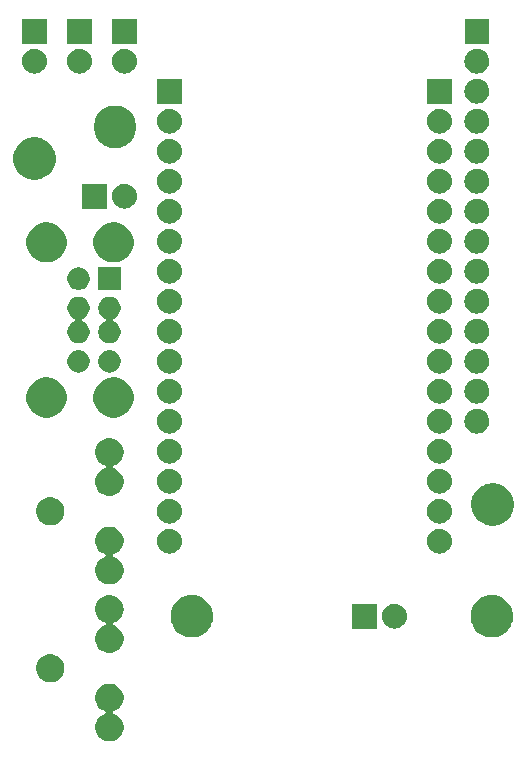
<source format=gbs>
G04 #@! TF.GenerationSoftware,KiCad,Pcbnew,5.0.1-33cea8e~68~ubuntu18.04.1*
G04 #@! TF.CreationDate,2018-11-08T20:55:39+01:00*
G04 #@! TF.ProjectId,MotherPCB,4D6F746865725043422E6B696361645F,rev?*
G04 #@! TF.SameCoordinates,Original*
G04 #@! TF.FileFunction,Soldermask,Bot*
G04 #@! TF.FilePolarity,Negative*
%FSLAX46Y46*%
G04 Gerber Fmt 4.6, Leading zero omitted, Abs format (unit mm)*
G04 Created by KiCad (PCBNEW 5.0.1-33cea8e~68~ubuntu18.04.1) date jue 08 nov 2018 20:55:39 CET*
%MOMM*%
%LPD*%
G01*
G04 APERTURE LIST*
%ADD10C,0.100000*%
G04 APERTURE END LIST*
D10*
G36*
X104315239Y-136532669D02*
X104488219Y-136567077D01*
X104705476Y-136657068D01*
X104705477Y-136657069D01*
X104901006Y-136787717D01*
X105067283Y-136953994D01*
X105067285Y-136953997D01*
X105197932Y-137149524D01*
X105287923Y-137366781D01*
X105333800Y-137597421D01*
X105333800Y-137832579D01*
X105287923Y-138063219D01*
X105197932Y-138280476D01*
X105197931Y-138280477D01*
X105067283Y-138476006D01*
X104901006Y-138642283D01*
X104901003Y-138642285D01*
X104705476Y-138772932D01*
X104520581Y-138849518D01*
X104498977Y-138861066D01*
X104480035Y-138876612D01*
X104464489Y-138895554D01*
X104452938Y-138917165D01*
X104445825Y-138940614D01*
X104443423Y-138965000D01*
X104445825Y-138989386D01*
X104452938Y-139012836D01*
X104464489Y-139034446D01*
X104480035Y-139053388D01*
X104498977Y-139068934D01*
X104520581Y-139080482D01*
X104705476Y-139157068D01*
X104705477Y-139157069D01*
X104901006Y-139287717D01*
X105067283Y-139453994D01*
X105067285Y-139453997D01*
X105197932Y-139649524D01*
X105287923Y-139866781D01*
X105333800Y-140097421D01*
X105333800Y-140332579D01*
X105287923Y-140563219D01*
X105197932Y-140780476D01*
X105197931Y-140780477D01*
X105067283Y-140976006D01*
X104901006Y-141142283D01*
X104901003Y-141142285D01*
X104705476Y-141272932D01*
X104488219Y-141362923D01*
X104315239Y-141397331D01*
X104257580Y-141408800D01*
X104022420Y-141408800D01*
X103964761Y-141397331D01*
X103791781Y-141362923D01*
X103574524Y-141272932D01*
X103378997Y-141142285D01*
X103378994Y-141142283D01*
X103212717Y-140976006D01*
X103082069Y-140780477D01*
X103082068Y-140780476D01*
X102992077Y-140563219D01*
X102946200Y-140332579D01*
X102946200Y-140097421D01*
X102992077Y-139866781D01*
X103082068Y-139649524D01*
X103212715Y-139453997D01*
X103212717Y-139453994D01*
X103378994Y-139287717D01*
X103574523Y-139157069D01*
X103574524Y-139157068D01*
X103759419Y-139080482D01*
X103781023Y-139068934D01*
X103799965Y-139053388D01*
X103815511Y-139034446D01*
X103827062Y-139012835D01*
X103834175Y-138989386D01*
X103836577Y-138965000D01*
X103834175Y-138940614D01*
X103827062Y-138917164D01*
X103815511Y-138895554D01*
X103799965Y-138876612D01*
X103781023Y-138861066D01*
X103759419Y-138849518D01*
X103574524Y-138772932D01*
X103378997Y-138642285D01*
X103378994Y-138642283D01*
X103212717Y-138476006D01*
X103082069Y-138280477D01*
X103082068Y-138280476D01*
X102992077Y-138063219D01*
X102946200Y-137832579D01*
X102946200Y-137597421D01*
X102992077Y-137366781D01*
X103082068Y-137149524D01*
X103212715Y-136953997D01*
X103212717Y-136953994D01*
X103378994Y-136787717D01*
X103574523Y-136657069D01*
X103574524Y-136657068D01*
X103791781Y-136567077D01*
X103964761Y-136532669D01*
X104022420Y-136521200D01*
X104257580Y-136521200D01*
X104315239Y-136532669D01*
X104315239Y-136532669D01*
G37*
G36*
X99315239Y-134032669D02*
X99488219Y-134067077D01*
X99705476Y-134157068D01*
X99705477Y-134157069D01*
X99901006Y-134287717D01*
X100067283Y-134453994D01*
X100067285Y-134453997D01*
X100197932Y-134649524D01*
X100287923Y-134866781D01*
X100333800Y-135097421D01*
X100333800Y-135332579D01*
X100287923Y-135563219D01*
X100197932Y-135780476D01*
X100197931Y-135780477D01*
X100067283Y-135976006D01*
X99901006Y-136142283D01*
X99901003Y-136142285D01*
X99705476Y-136272932D01*
X99488219Y-136362923D01*
X99315239Y-136397331D01*
X99257580Y-136408800D01*
X99022420Y-136408800D01*
X98964761Y-136397331D01*
X98791781Y-136362923D01*
X98574524Y-136272932D01*
X98378997Y-136142285D01*
X98378994Y-136142283D01*
X98212717Y-135976006D01*
X98082069Y-135780477D01*
X98082068Y-135780476D01*
X97992077Y-135563219D01*
X97946200Y-135332579D01*
X97946200Y-135097421D01*
X97992077Y-134866781D01*
X98082068Y-134649524D01*
X98212715Y-134453997D01*
X98212717Y-134453994D01*
X98378994Y-134287717D01*
X98574523Y-134157069D01*
X98574524Y-134157068D01*
X98791781Y-134067077D01*
X98964761Y-134032669D01*
X99022420Y-134021200D01*
X99257580Y-134021200D01*
X99315239Y-134032669D01*
X99315239Y-134032669D01*
G37*
G36*
X104315239Y-129032669D02*
X104488219Y-129067077D01*
X104705476Y-129157068D01*
X104705477Y-129157069D01*
X104901006Y-129287717D01*
X105067283Y-129453994D01*
X105067285Y-129453997D01*
X105197932Y-129649524D01*
X105287923Y-129866781D01*
X105322331Y-130039761D01*
X105327142Y-130063946D01*
X105333800Y-130097421D01*
X105333800Y-130332579D01*
X105287923Y-130563219D01*
X105197932Y-130780476D01*
X105069045Y-130973369D01*
X105067283Y-130976006D01*
X104901006Y-131142283D01*
X104901003Y-131142285D01*
X104705476Y-131272932D01*
X104520581Y-131349518D01*
X104498977Y-131361066D01*
X104480035Y-131376612D01*
X104464489Y-131395554D01*
X104452938Y-131417165D01*
X104445825Y-131440614D01*
X104443423Y-131465000D01*
X104445825Y-131489386D01*
X104452938Y-131512836D01*
X104464489Y-131534446D01*
X104480035Y-131553388D01*
X104498977Y-131568934D01*
X104520581Y-131580482D01*
X104705476Y-131657068D01*
X104705477Y-131657069D01*
X104901006Y-131787717D01*
X105067283Y-131953994D01*
X105067285Y-131953997D01*
X105197932Y-132149524D01*
X105287923Y-132366781D01*
X105333800Y-132597421D01*
X105333800Y-132832579D01*
X105287923Y-133063219D01*
X105197932Y-133280476D01*
X105197931Y-133280477D01*
X105067283Y-133476006D01*
X104901006Y-133642283D01*
X104901003Y-133642285D01*
X104705476Y-133772932D01*
X104488219Y-133862923D01*
X104315239Y-133897331D01*
X104257580Y-133908800D01*
X104022420Y-133908800D01*
X103964761Y-133897331D01*
X103791781Y-133862923D01*
X103574524Y-133772932D01*
X103378997Y-133642285D01*
X103378994Y-133642283D01*
X103212717Y-133476006D01*
X103082069Y-133280477D01*
X103082068Y-133280476D01*
X102992077Y-133063219D01*
X102946200Y-132832579D01*
X102946200Y-132597421D01*
X102992077Y-132366781D01*
X103082068Y-132149524D01*
X103212715Y-131953997D01*
X103212717Y-131953994D01*
X103378994Y-131787717D01*
X103574523Y-131657069D01*
X103574524Y-131657068D01*
X103759419Y-131580482D01*
X103781023Y-131568934D01*
X103799965Y-131553388D01*
X103815511Y-131534446D01*
X103827062Y-131512835D01*
X103834175Y-131489386D01*
X103836577Y-131465000D01*
X103834175Y-131440614D01*
X103827062Y-131417164D01*
X103815511Y-131395554D01*
X103799965Y-131376612D01*
X103781023Y-131361066D01*
X103759419Y-131349518D01*
X103574524Y-131272932D01*
X103378997Y-131142285D01*
X103378994Y-131142283D01*
X103212717Y-130976006D01*
X103210955Y-130973369D01*
X103082068Y-130780476D01*
X102992077Y-130563219D01*
X102946200Y-130332579D01*
X102946200Y-130097421D01*
X102952859Y-130063946D01*
X102957669Y-130039761D01*
X102992077Y-129866781D01*
X103082068Y-129649524D01*
X103212715Y-129453997D01*
X103212717Y-129453994D01*
X103378994Y-129287717D01*
X103574523Y-129157069D01*
X103574524Y-129157068D01*
X103791781Y-129067077D01*
X103964761Y-129032669D01*
X104022420Y-129021200D01*
X104257580Y-129021200D01*
X104315239Y-129032669D01*
X104315239Y-129032669D01*
G37*
G36*
X136934122Y-129056115D02*
X137050041Y-129079173D01*
X137377620Y-129214861D01*
X137668511Y-129409228D01*
X137672436Y-129411851D01*
X137923149Y-129662564D01*
X137923151Y-129662567D01*
X138120139Y-129957380D01*
X138230506Y-130223828D01*
X138255827Y-130284960D01*
X138325000Y-130632714D01*
X138325000Y-130987286D01*
X138279951Y-131213762D01*
X138255827Y-131335041D01*
X138165384Y-131553388D01*
X138120140Y-131662618D01*
X137923149Y-131957436D01*
X137672436Y-132208149D01*
X137672433Y-132208151D01*
X137377620Y-132405139D01*
X137050041Y-132540827D01*
X136934122Y-132563885D01*
X136702286Y-132610000D01*
X136347714Y-132610000D01*
X136115878Y-132563885D01*
X135999959Y-132540827D01*
X135672380Y-132405139D01*
X135377567Y-132208151D01*
X135377564Y-132208149D01*
X135126851Y-131957436D01*
X134929860Y-131662618D01*
X134884616Y-131553388D01*
X134794173Y-131335041D01*
X134770049Y-131213762D01*
X134725000Y-130987286D01*
X134725000Y-130632714D01*
X134794173Y-130284960D01*
X134819495Y-130223828D01*
X134929861Y-129957380D01*
X135126849Y-129662567D01*
X135126851Y-129662564D01*
X135377564Y-129411851D01*
X135381489Y-129409228D01*
X135672380Y-129214861D01*
X135999959Y-129079173D01*
X136115878Y-129056115D01*
X136347714Y-129010000D01*
X136702286Y-129010000D01*
X136934122Y-129056115D01*
X136934122Y-129056115D01*
G37*
G36*
X111534122Y-129056115D02*
X111650041Y-129079173D01*
X111977620Y-129214861D01*
X112268511Y-129409228D01*
X112272436Y-129411851D01*
X112523149Y-129662564D01*
X112523151Y-129662567D01*
X112720139Y-129957380D01*
X112830506Y-130223828D01*
X112855827Y-130284960D01*
X112925000Y-130632714D01*
X112925000Y-130987286D01*
X112879951Y-131213762D01*
X112855827Y-131335041D01*
X112765384Y-131553388D01*
X112720140Y-131662618D01*
X112523149Y-131957436D01*
X112272436Y-132208149D01*
X112272433Y-132208151D01*
X111977620Y-132405139D01*
X111650041Y-132540827D01*
X111534122Y-132563885D01*
X111302286Y-132610000D01*
X110947714Y-132610000D01*
X110715878Y-132563885D01*
X110599959Y-132540827D01*
X110272380Y-132405139D01*
X109977567Y-132208151D01*
X109977564Y-132208149D01*
X109726851Y-131957436D01*
X109529860Y-131662618D01*
X109484616Y-131553388D01*
X109394173Y-131335041D01*
X109370049Y-131213762D01*
X109325000Y-130987286D01*
X109325000Y-130632714D01*
X109394173Y-130284960D01*
X109419495Y-130223828D01*
X109529861Y-129957380D01*
X109726849Y-129662567D01*
X109726851Y-129662564D01*
X109977564Y-129411851D01*
X109981489Y-129409228D01*
X110272380Y-129214861D01*
X110599959Y-129079173D01*
X110715878Y-129056115D01*
X110947714Y-129010000D01*
X111302286Y-129010000D01*
X111534122Y-129056115D01*
X111534122Y-129056115D01*
G37*
G36*
X126780000Y-131860000D02*
X124680000Y-131860000D01*
X124680000Y-129760000D01*
X126780000Y-129760000D01*
X126780000Y-131860000D01*
X126780000Y-131860000D01*
G37*
G36*
X128398707Y-129767597D02*
X128475836Y-129775193D01*
X128607787Y-129815220D01*
X128673763Y-129835233D01*
X128856172Y-129932733D01*
X129016054Y-130063946D01*
X129147267Y-130223828D01*
X129244767Y-130406237D01*
X129244767Y-130406238D01*
X129304807Y-130604164D01*
X129325080Y-130810000D01*
X129304807Y-131015836D01*
X129266450Y-131142283D01*
X129244767Y-131213763D01*
X129147267Y-131396172D01*
X129016054Y-131556054D01*
X128856172Y-131687267D01*
X128673763Y-131784767D01*
X128607787Y-131804780D01*
X128475836Y-131844807D01*
X128398707Y-131852404D01*
X128321580Y-131860000D01*
X128218420Y-131860000D01*
X128141293Y-131852404D01*
X128064164Y-131844807D01*
X127932213Y-131804780D01*
X127866237Y-131784767D01*
X127683828Y-131687267D01*
X127523946Y-131556054D01*
X127392733Y-131396172D01*
X127295233Y-131213763D01*
X127273550Y-131142283D01*
X127235193Y-131015836D01*
X127214920Y-130810000D01*
X127235193Y-130604164D01*
X127295233Y-130406238D01*
X127295233Y-130406237D01*
X127392733Y-130223828D01*
X127523946Y-130063946D01*
X127683828Y-129932733D01*
X127866237Y-129835233D01*
X127932213Y-129815220D01*
X128064164Y-129775193D01*
X128141293Y-129767597D01*
X128218420Y-129760000D01*
X128321580Y-129760000D01*
X128398707Y-129767597D01*
X128398707Y-129767597D01*
G37*
G36*
X104315239Y-123237669D02*
X104488219Y-123272077D01*
X104705476Y-123362068D01*
X104705477Y-123362069D01*
X104901006Y-123492717D01*
X105067283Y-123658994D01*
X105067285Y-123658997D01*
X105197932Y-123854524D01*
X105287923Y-124071781D01*
X105333800Y-124302421D01*
X105333800Y-124537579D01*
X105287923Y-124768219D01*
X105197932Y-124985476D01*
X105197931Y-124985477D01*
X105067283Y-125181006D01*
X104901006Y-125347283D01*
X104901003Y-125347285D01*
X104705476Y-125477932D01*
X104520581Y-125554518D01*
X104498977Y-125566066D01*
X104480035Y-125581612D01*
X104464489Y-125600554D01*
X104452938Y-125622165D01*
X104445825Y-125645614D01*
X104443423Y-125670000D01*
X104445825Y-125694386D01*
X104452938Y-125717836D01*
X104464489Y-125739446D01*
X104480035Y-125758388D01*
X104498977Y-125773934D01*
X104520581Y-125785482D01*
X104705476Y-125862068D01*
X104705477Y-125862069D01*
X104901006Y-125992717D01*
X105067283Y-126158994D01*
X105067285Y-126158997D01*
X105197932Y-126354524D01*
X105287923Y-126571781D01*
X105333800Y-126802421D01*
X105333800Y-127037579D01*
X105287923Y-127268219D01*
X105197932Y-127485476D01*
X105197931Y-127485477D01*
X105067283Y-127681006D01*
X104901006Y-127847283D01*
X104901003Y-127847285D01*
X104705476Y-127977932D01*
X104488219Y-128067923D01*
X104315239Y-128102331D01*
X104257580Y-128113800D01*
X104022420Y-128113800D01*
X103964761Y-128102331D01*
X103791781Y-128067923D01*
X103574524Y-127977932D01*
X103378997Y-127847285D01*
X103378994Y-127847283D01*
X103212717Y-127681006D01*
X103082069Y-127485477D01*
X103082068Y-127485476D01*
X102992077Y-127268219D01*
X102946200Y-127037579D01*
X102946200Y-126802421D01*
X102992077Y-126571781D01*
X103082068Y-126354524D01*
X103212715Y-126158997D01*
X103212717Y-126158994D01*
X103378994Y-125992717D01*
X103574523Y-125862069D01*
X103574524Y-125862068D01*
X103759419Y-125785482D01*
X103781023Y-125773934D01*
X103799965Y-125758388D01*
X103815511Y-125739446D01*
X103827062Y-125717835D01*
X103834175Y-125694386D01*
X103836577Y-125670000D01*
X103834175Y-125645614D01*
X103827062Y-125622164D01*
X103815511Y-125600554D01*
X103799965Y-125581612D01*
X103781023Y-125566066D01*
X103759419Y-125554518D01*
X103574524Y-125477932D01*
X103378997Y-125347285D01*
X103378994Y-125347283D01*
X103212717Y-125181006D01*
X103082069Y-124985477D01*
X103082068Y-124985476D01*
X102992077Y-124768219D01*
X102946200Y-124537579D01*
X102946200Y-124302421D01*
X102992077Y-124071781D01*
X103082068Y-123854524D01*
X103212715Y-123658997D01*
X103212717Y-123658994D01*
X103378994Y-123492717D01*
X103574523Y-123362069D01*
X103574524Y-123362068D01*
X103791781Y-123272077D01*
X103964761Y-123237669D01*
X104022420Y-123226200D01*
X104257580Y-123226200D01*
X104315239Y-123237669D01*
X104315239Y-123237669D01*
G37*
G36*
X109348707Y-123417596D02*
X109425836Y-123425193D01*
X109557787Y-123465220D01*
X109623763Y-123485233D01*
X109806172Y-123582733D01*
X109966054Y-123713946D01*
X110097267Y-123873828D01*
X110194767Y-124056237D01*
X110194767Y-124056238D01*
X110254807Y-124254164D01*
X110275080Y-124460000D01*
X110254807Y-124665836D01*
X110214780Y-124797787D01*
X110194767Y-124863763D01*
X110097267Y-125046172D01*
X109966054Y-125206054D01*
X109806172Y-125337267D01*
X109623763Y-125434767D01*
X109557787Y-125454780D01*
X109425836Y-125494807D01*
X109348707Y-125502403D01*
X109271580Y-125510000D01*
X109168420Y-125510000D01*
X109091293Y-125502403D01*
X109014164Y-125494807D01*
X108882213Y-125454780D01*
X108816237Y-125434767D01*
X108633828Y-125337267D01*
X108473946Y-125206054D01*
X108342733Y-125046172D01*
X108245233Y-124863763D01*
X108225220Y-124797787D01*
X108185193Y-124665836D01*
X108164920Y-124460000D01*
X108185193Y-124254164D01*
X108245233Y-124056238D01*
X108245233Y-124056237D01*
X108342733Y-123873828D01*
X108473946Y-123713946D01*
X108633828Y-123582733D01*
X108816237Y-123485233D01*
X108882213Y-123465220D01*
X109014164Y-123425193D01*
X109091293Y-123417596D01*
X109168420Y-123410000D01*
X109271580Y-123410000D01*
X109348707Y-123417596D01*
X109348707Y-123417596D01*
G37*
G36*
X132208707Y-123417596D02*
X132285836Y-123425193D01*
X132417787Y-123465220D01*
X132483763Y-123485233D01*
X132666172Y-123582733D01*
X132826054Y-123713946D01*
X132957267Y-123873828D01*
X133054767Y-124056237D01*
X133054767Y-124056238D01*
X133114807Y-124254164D01*
X133135080Y-124460000D01*
X133114807Y-124665836D01*
X133074780Y-124797787D01*
X133054767Y-124863763D01*
X132957267Y-125046172D01*
X132826054Y-125206054D01*
X132666172Y-125337267D01*
X132483763Y-125434767D01*
X132417787Y-125454780D01*
X132285836Y-125494807D01*
X132208707Y-125502403D01*
X132131580Y-125510000D01*
X132028420Y-125510000D01*
X131951293Y-125502403D01*
X131874164Y-125494807D01*
X131742213Y-125454780D01*
X131676237Y-125434767D01*
X131493828Y-125337267D01*
X131333946Y-125206054D01*
X131202733Y-125046172D01*
X131105233Y-124863763D01*
X131085220Y-124797787D01*
X131045193Y-124665836D01*
X131024920Y-124460000D01*
X131045193Y-124254164D01*
X131105233Y-124056238D01*
X131105233Y-124056237D01*
X131202733Y-123873828D01*
X131333946Y-123713946D01*
X131493828Y-123582733D01*
X131676237Y-123485233D01*
X131742213Y-123465220D01*
X131874164Y-123425193D01*
X131951293Y-123417596D01*
X132028420Y-123410000D01*
X132131580Y-123410000D01*
X132208707Y-123417596D01*
X132208707Y-123417596D01*
G37*
G36*
X136997034Y-119599624D02*
X137112953Y-119622682D01*
X137440532Y-119758370D01*
X137478535Y-119783763D01*
X137735348Y-119955360D01*
X137986061Y-120206073D01*
X137986063Y-120206076D01*
X138167712Y-120477932D01*
X138183052Y-120500891D01*
X138222793Y-120596835D01*
X138318739Y-120828468D01*
X138327000Y-120870000D01*
X138387912Y-121176223D01*
X138387912Y-121530795D01*
X138351437Y-121714164D01*
X138318739Y-121878550D01*
X138183051Y-122206129D01*
X138104451Y-122323762D01*
X137986061Y-122500945D01*
X137735348Y-122751658D01*
X137735345Y-122751660D01*
X137440532Y-122948648D01*
X137112953Y-123084336D01*
X136997034Y-123107394D01*
X136765198Y-123153509D01*
X136410626Y-123153509D01*
X136178790Y-123107394D01*
X136062871Y-123084336D01*
X135735292Y-122948648D01*
X135440479Y-122751660D01*
X135440476Y-122751658D01*
X135189763Y-122500945D01*
X135071373Y-122323762D01*
X134992773Y-122206129D01*
X134857085Y-121878550D01*
X134824387Y-121714164D01*
X134787912Y-121530795D01*
X134787912Y-121176223D01*
X134848824Y-120870000D01*
X134857085Y-120828468D01*
X134953031Y-120596835D01*
X134992772Y-120500891D01*
X135008113Y-120477932D01*
X135189761Y-120206076D01*
X135189763Y-120206073D01*
X135440476Y-119955360D01*
X135697289Y-119783763D01*
X135735292Y-119758370D01*
X136062871Y-119622682D01*
X136178790Y-119599624D01*
X136410626Y-119553509D01*
X136765198Y-119553509D01*
X136997034Y-119599624D01*
X136997034Y-119599624D01*
G37*
G36*
X99315239Y-120737669D02*
X99488219Y-120772077D01*
X99705476Y-120862068D01*
X99705477Y-120862069D01*
X99901006Y-120992717D01*
X100067283Y-121158994D01*
X100067285Y-121158997D01*
X100197932Y-121354524D01*
X100287923Y-121571781D01*
X100333800Y-121802421D01*
X100333800Y-122037579D01*
X100287923Y-122268219D01*
X100197932Y-122485476D01*
X100197931Y-122485477D01*
X100067283Y-122681006D01*
X99901006Y-122847283D01*
X99901003Y-122847285D01*
X99705476Y-122977932D01*
X99488219Y-123067923D01*
X99315239Y-123102331D01*
X99257580Y-123113800D01*
X99022420Y-123113800D01*
X98964761Y-123102331D01*
X98791781Y-123067923D01*
X98574524Y-122977932D01*
X98378997Y-122847285D01*
X98378994Y-122847283D01*
X98212717Y-122681006D01*
X98082069Y-122485477D01*
X98082068Y-122485476D01*
X97992077Y-122268219D01*
X97946200Y-122037579D01*
X97946200Y-121802421D01*
X97992077Y-121571781D01*
X98082068Y-121354524D01*
X98212715Y-121158997D01*
X98212717Y-121158994D01*
X98378994Y-120992717D01*
X98574523Y-120862069D01*
X98574524Y-120862068D01*
X98791781Y-120772077D01*
X98964761Y-120737669D01*
X99022420Y-120726200D01*
X99257580Y-120726200D01*
X99315239Y-120737669D01*
X99315239Y-120737669D01*
G37*
G36*
X132208707Y-120877596D02*
X132285836Y-120885193D01*
X132417787Y-120925220D01*
X132483763Y-120945233D01*
X132666172Y-121042733D01*
X132826054Y-121173946D01*
X132957267Y-121333828D01*
X133054767Y-121516237D01*
X133054767Y-121516238D01*
X133114807Y-121714164D01*
X133135080Y-121920000D01*
X133114807Y-122125836D01*
X133090451Y-122206127D01*
X133054767Y-122323763D01*
X132957267Y-122506172D01*
X132826054Y-122666054D01*
X132666172Y-122797267D01*
X132483763Y-122894767D01*
X132417787Y-122914780D01*
X132285836Y-122954807D01*
X132208707Y-122962403D01*
X132131580Y-122970000D01*
X132028420Y-122970000D01*
X131951293Y-122962403D01*
X131874164Y-122954807D01*
X131742213Y-122914780D01*
X131676237Y-122894767D01*
X131493828Y-122797267D01*
X131333946Y-122666054D01*
X131202733Y-122506172D01*
X131105233Y-122323763D01*
X131069549Y-122206127D01*
X131045193Y-122125836D01*
X131024920Y-121920000D01*
X131045193Y-121714164D01*
X131105233Y-121516238D01*
X131105233Y-121516237D01*
X131202733Y-121333828D01*
X131333946Y-121173946D01*
X131493828Y-121042733D01*
X131676237Y-120945233D01*
X131742213Y-120925220D01*
X131874164Y-120885193D01*
X131951293Y-120877596D01*
X132028420Y-120870000D01*
X132131580Y-120870000D01*
X132208707Y-120877596D01*
X132208707Y-120877596D01*
G37*
G36*
X109348707Y-120877596D02*
X109425836Y-120885193D01*
X109557787Y-120925220D01*
X109623763Y-120945233D01*
X109806172Y-121042733D01*
X109966054Y-121173946D01*
X110097267Y-121333828D01*
X110194767Y-121516237D01*
X110194767Y-121516238D01*
X110254807Y-121714164D01*
X110275080Y-121920000D01*
X110254807Y-122125836D01*
X110230451Y-122206127D01*
X110194767Y-122323763D01*
X110097267Y-122506172D01*
X109966054Y-122666054D01*
X109806172Y-122797267D01*
X109623763Y-122894767D01*
X109557787Y-122914780D01*
X109425836Y-122954807D01*
X109348707Y-122962403D01*
X109271580Y-122970000D01*
X109168420Y-122970000D01*
X109091293Y-122962403D01*
X109014164Y-122954807D01*
X108882213Y-122914780D01*
X108816237Y-122894767D01*
X108633828Y-122797267D01*
X108473946Y-122666054D01*
X108342733Y-122506172D01*
X108245233Y-122323763D01*
X108209549Y-122206127D01*
X108185193Y-122125836D01*
X108164920Y-121920000D01*
X108185193Y-121714164D01*
X108245233Y-121516238D01*
X108245233Y-121516237D01*
X108342733Y-121333828D01*
X108473946Y-121173946D01*
X108633828Y-121042733D01*
X108816237Y-120945233D01*
X108882213Y-120925220D01*
X109014164Y-120885193D01*
X109091293Y-120877596D01*
X109168420Y-120870000D01*
X109271580Y-120870000D01*
X109348707Y-120877596D01*
X109348707Y-120877596D01*
G37*
G36*
X104315239Y-115737669D02*
X104488219Y-115772077D01*
X104705476Y-115862068D01*
X104856132Y-115962733D01*
X104901006Y-115992717D01*
X105067283Y-116158994D01*
X105067285Y-116158997D01*
X105197932Y-116354524D01*
X105287923Y-116571781D01*
X105333800Y-116802421D01*
X105333800Y-117037579D01*
X105287923Y-117268219D01*
X105197932Y-117485476D01*
X105197931Y-117485477D01*
X105067283Y-117681006D01*
X104901006Y-117847283D01*
X104901003Y-117847285D01*
X104705476Y-117977932D01*
X104520581Y-118054518D01*
X104498977Y-118066066D01*
X104480035Y-118081612D01*
X104464489Y-118100554D01*
X104452938Y-118122165D01*
X104445825Y-118145614D01*
X104443423Y-118170000D01*
X104445825Y-118194386D01*
X104452938Y-118217836D01*
X104464489Y-118239446D01*
X104480035Y-118258388D01*
X104498977Y-118273934D01*
X104520581Y-118285482D01*
X104705476Y-118362068D01*
X104705477Y-118362069D01*
X104901006Y-118492717D01*
X105067283Y-118658994D01*
X105067285Y-118658997D01*
X105197932Y-118854524D01*
X105287923Y-119071781D01*
X105333800Y-119302421D01*
X105333800Y-119537579D01*
X105287923Y-119768219D01*
X105197932Y-119985476D01*
X105197931Y-119985477D01*
X105067283Y-120181006D01*
X104901006Y-120347283D01*
X104901003Y-120347285D01*
X104705476Y-120477932D01*
X104488219Y-120567923D01*
X104315239Y-120602331D01*
X104257580Y-120613800D01*
X104022420Y-120613800D01*
X103964761Y-120602331D01*
X103791781Y-120567923D01*
X103574524Y-120477932D01*
X103378997Y-120347285D01*
X103378994Y-120347283D01*
X103212717Y-120181006D01*
X103082069Y-119985477D01*
X103082068Y-119985476D01*
X102992077Y-119768219D01*
X102946200Y-119537579D01*
X102946200Y-119302421D01*
X102992077Y-119071781D01*
X103082068Y-118854524D01*
X103212715Y-118658997D01*
X103212717Y-118658994D01*
X103378994Y-118492717D01*
X103574523Y-118362069D01*
X103574524Y-118362068D01*
X103759419Y-118285482D01*
X103781023Y-118273934D01*
X103799965Y-118258388D01*
X103815511Y-118239446D01*
X103827062Y-118217835D01*
X103834175Y-118194386D01*
X103836577Y-118170000D01*
X103834175Y-118145614D01*
X103827062Y-118122164D01*
X103815511Y-118100554D01*
X103799965Y-118081612D01*
X103781023Y-118066066D01*
X103759419Y-118054518D01*
X103574524Y-117977932D01*
X103378997Y-117847285D01*
X103378994Y-117847283D01*
X103212717Y-117681006D01*
X103082069Y-117485477D01*
X103082068Y-117485476D01*
X102992077Y-117268219D01*
X102946200Y-117037579D01*
X102946200Y-116802421D01*
X102992077Y-116571781D01*
X103082068Y-116354524D01*
X103212715Y-116158997D01*
X103212717Y-116158994D01*
X103378994Y-115992717D01*
X103423868Y-115962733D01*
X103574524Y-115862068D01*
X103791781Y-115772077D01*
X103964761Y-115737669D01*
X104022420Y-115726200D01*
X104257580Y-115726200D01*
X104315239Y-115737669D01*
X104315239Y-115737669D01*
G37*
G36*
X132208707Y-118337596D02*
X132285836Y-118345193D01*
X132417787Y-118385220D01*
X132483763Y-118405233D01*
X132666172Y-118502733D01*
X132826054Y-118633946D01*
X132957267Y-118793828D01*
X133054767Y-118976237D01*
X133054767Y-118976238D01*
X133114807Y-119174164D01*
X133135080Y-119380000D01*
X133114807Y-119585836D01*
X133074780Y-119717787D01*
X133054767Y-119783763D01*
X132957267Y-119966172D01*
X132826054Y-120126054D01*
X132666172Y-120257267D01*
X132483763Y-120354767D01*
X132417787Y-120374780D01*
X132285836Y-120414807D01*
X132208707Y-120422404D01*
X132131580Y-120430000D01*
X132028420Y-120430000D01*
X131951293Y-120422404D01*
X131874164Y-120414807D01*
X131742213Y-120374780D01*
X131676237Y-120354767D01*
X131493828Y-120257267D01*
X131333946Y-120126054D01*
X131202733Y-119966172D01*
X131105233Y-119783763D01*
X131085220Y-119717787D01*
X131045193Y-119585836D01*
X131024920Y-119380000D01*
X131045193Y-119174164D01*
X131105233Y-118976238D01*
X131105233Y-118976237D01*
X131202733Y-118793828D01*
X131333946Y-118633946D01*
X131493828Y-118502733D01*
X131676237Y-118405233D01*
X131742213Y-118385220D01*
X131874164Y-118345193D01*
X131951293Y-118337596D01*
X132028420Y-118330000D01*
X132131580Y-118330000D01*
X132208707Y-118337596D01*
X132208707Y-118337596D01*
G37*
G36*
X109348707Y-118337596D02*
X109425836Y-118345193D01*
X109557787Y-118385220D01*
X109623763Y-118405233D01*
X109806172Y-118502733D01*
X109966054Y-118633946D01*
X110097267Y-118793828D01*
X110194767Y-118976237D01*
X110194767Y-118976238D01*
X110254807Y-119174164D01*
X110275080Y-119380000D01*
X110254807Y-119585836D01*
X110214780Y-119717787D01*
X110194767Y-119783763D01*
X110097267Y-119966172D01*
X109966054Y-120126054D01*
X109806172Y-120257267D01*
X109623763Y-120354767D01*
X109557787Y-120374780D01*
X109425836Y-120414807D01*
X109348707Y-120422404D01*
X109271580Y-120430000D01*
X109168420Y-120430000D01*
X109091293Y-120422404D01*
X109014164Y-120414807D01*
X108882213Y-120374780D01*
X108816237Y-120354767D01*
X108633828Y-120257267D01*
X108473946Y-120126054D01*
X108342733Y-119966172D01*
X108245233Y-119783763D01*
X108225220Y-119717787D01*
X108185193Y-119585836D01*
X108164920Y-119380000D01*
X108185193Y-119174164D01*
X108245233Y-118976238D01*
X108245233Y-118976237D01*
X108342733Y-118793828D01*
X108473946Y-118633946D01*
X108633828Y-118502733D01*
X108816237Y-118405233D01*
X108882213Y-118385220D01*
X109014164Y-118345193D01*
X109091293Y-118337596D01*
X109168420Y-118330000D01*
X109271580Y-118330000D01*
X109348707Y-118337596D01*
X109348707Y-118337596D01*
G37*
G36*
X109348707Y-115797596D02*
X109425836Y-115805193D01*
X109557787Y-115845220D01*
X109623763Y-115865233D01*
X109806172Y-115962733D01*
X109966054Y-116093946D01*
X110097267Y-116253828D01*
X110194767Y-116436237D01*
X110194767Y-116436238D01*
X110254807Y-116634164D01*
X110275080Y-116840000D01*
X110254807Y-117045836D01*
X110214780Y-117177787D01*
X110194767Y-117243763D01*
X110097267Y-117426172D01*
X109966054Y-117586054D01*
X109806172Y-117717267D01*
X109623763Y-117814767D01*
X109557787Y-117834780D01*
X109425836Y-117874807D01*
X109348707Y-117882404D01*
X109271580Y-117890000D01*
X109168420Y-117890000D01*
X109091293Y-117882404D01*
X109014164Y-117874807D01*
X108882213Y-117834780D01*
X108816237Y-117814767D01*
X108633828Y-117717267D01*
X108473946Y-117586054D01*
X108342733Y-117426172D01*
X108245233Y-117243763D01*
X108225220Y-117177787D01*
X108185193Y-117045836D01*
X108164920Y-116840000D01*
X108185193Y-116634164D01*
X108245233Y-116436238D01*
X108245233Y-116436237D01*
X108342733Y-116253828D01*
X108473946Y-116093946D01*
X108633828Y-115962733D01*
X108816237Y-115865233D01*
X108882213Y-115845220D01*
X109014164Y-115805193D01*
X109091293Y-115797596D01*
X109168420Y-115790000D01*
X109271580Y-115790000D01*
X109348707Y-115797596D01*
X109348707Y-115797596D01*
G37*
G36*
X132208707Y-115797596D02*
X132285836Y-115805193D01*
X132417787Y-115845220D01*
X132483763Y-115865233D01*
X132666172Y-115962733D01*
X132826054Y-116093946D01*
X132957267Y-116253828D01*
X133054767Y-116436237D01*
X133054767Y-116436238D01*
X133114807Y-116634164D01*
X133135080Y-116840000D01*
X133114807Y-117045836D01*
X133074780Y-117177787D01*
X133054767Y-117243763D01*
X132957267Y-117426172D01*
X132826054Y-117586054D01*
X132666172Y-117717267D01*
X132483763Y-117814767D01*
X132417787Y-117834780D01*
X132285836Y-117874807D01*
X132208707Y-117882404D01*
X132131580Y-117890000D01*
X132028420Y-117890000D01*
X131951293Y-117882404D01*
X131874164Y-117874807D01*
X131742213Y-117834780D01*
X131676237Y-117814767D01*
X131493828Y-117717267D01*
X131333946Y-117586054D01*
X131202733Y-117426172D01*
X131105233Y-117243763D01*
X131085220Y-117177787D01*
X131045193Y-117045836D01*
X131024920Y-116840000D01*
X131045193Y-116634164D01*
X131105233Y-116436238D01*
X131105233Y-116436237D01*
X131202733Y-116253828D01*
X131333946Y-116093946D01*
X131493828Y-115962733D01*
X131676237Y-115865233D01*
X131742213Y-115845220D01*
X131874164Y-115805193D01*
X131951293Y-115797596D01*
X132028420Y-115790000D01*
X132131580Y-115790000D01*
X132208707Y-115797596D01*
X132208707Y-115797596D01*
G37*
G36*
X109348707Y-113257596D02*
X109425836Y-113265193D01*
X109557787Y-113305220D01*
X109623763Y-113325233D01*
X109806172Y-113422733D01*
X109966054Y-113553946D01*
X110097267Y-113713828D01*
X110194767Y-113896237D01*
X110194767Y-113896238D01*
X110254807Y-114094164D01*
X110275080Y-114300000D01*
X110254807Y-114505836D01*
X110214780Y-114637787D01*
X110194767Y-114703763D01*
X110097267Y-114886172D01*
X109966054Y-115046054D01*
X109806172Y-115177267D01*
X109623763Y-115274767D01*
X109557787Y-115294780D01*
X109425836Y-115334807D01*
X109348707Y-115342403D01*
X109271580Y-115350000D01*
X109168420Y-115350000D01*
X109091293Y-115342403D01*
X109014164Y-115334807D01*
X108882213Y-115294780D01*
X108816237Y-115274767D01*
X108633828Y-115177267D01*
X108473946Y-115046054D01*
X108342733Y-114886172D01*
X108245233Y-114703763D01*
X108225220Y-114637787D01*
X108185193Y-114505836D01*
X108164920Y-114300000D01*
X108185193Y-114094164D01*
X108245233Y-113896238D01*
X108245233Y-113896237D01*
X108342733Y-113713828D01*
X108473946Y-113553946D01*
X108633828Y-113422733D01*
X108816237Y-113325233D01*
X108882213Y-113305220D01*
X109014164Y-113265193D01*
X109091293Y-113257596D01*
X109168420Y-113250000D01*
X109271580Y-113250000D01*
X109348707Y-113257596D01*
X109348707Y-113257596D01*
G37*
G36*
X135383707Y-113257596D02*
X135460836Y-113265193D01*
X135592787Y-113305220D01*
X135658763Y-113325233D01*
X135841172Y-113422733D01*
X136001054Y-113553946D01*
X136132267Y-113713828D01*
X136229767Y-113896237D01*
X136229767Y-113896238D01*
X136289807Y-114094164D01*
X136310080Y-114300000D01*
X136289807Y-114505836D01*
X136249780Y-114637787D01*
X136229767Y-114703763D01*
X136132267Y-114886172D01*
X136001054Y-115046054D01*
X135841172Y-115177267D01*
X135658763Y-115274767D01*
X135592787Y-115294780D01*
X135460836Y-115334807D01*
X135383707Y-115342403D01*
X135306580Y-115350000D01*
X135203420Y-115350000D01*
X135126293Y-115342403D01*
X135049164Y-115334807D01*
X134917213Y-115294780D01*
X134851237Y-115274767D01*
X134668828Y-115177267D01*
X134508946Y-115046054D01*
X134377733Y-114886172D01*
X134280233Y-114703763D01*
X134260220Y-114637787D01*
X134220193Y-114505836D01*
X134199920Y-114300000D01*
X134220193Y-114094164D01*
X134280233Y-113896238D01*
X134280233Y-113896237D01*
X134377733Y-113713828D01*
X134508946Y-113553946D01*
X134668828Y-113422733D01*
X134851237Y-113325233D01*
X134917213Y-113305220D01*
X135049164Y-113265193D01*
X135126293Y-113257596D01*
X135203420Y-113250000D01*
X135306580Y-113250000D01*
X135383707Y-113257596D01*
X135383707Y-113257596D01*
G37*
G36*
X132208707Y-113257596D02*
X132285836Y-113265193D01*
X132417787Y-113305220D01*
X132483763Y-113325233D01*
X132666172Y-113422733D01*
X132826054Y-113553946D01*
X132957267Y-113713828D01*
X133054767Y-113896237D01*
X133054767Y-113896238D01*
X133114807Y-114094164D01*
X133135080Y-114300000D01*
X133114807Y-114505836D01*
X133074780Y-114637787D01*
X133054767Y-114703763D01*
X132957267Y-114886172D01*
X132826054Y-115046054D01*
X132666172Y-115177267D01*
X132483763Y-115274767D01*
X132417787Y-115294780D01*
X132285836Y-115334807D01*
X132208707Y-115342403D01*
X132131580Y-115350000D01*
X132028420Y-115350000D01*
X131951293Y-115342403D01*
X131874164Y-115334807D01*
X131742213Y-115294780D01*
X131676237Y-115274767D01*
X131493828Y-115177267D01*
X131333946Y-115046054D01*
X131202733Y-114886172D01*
X131105233Y-114703763D01*
X131085220Y-114637787D01*
X131045193Y-114505836D01*
X131024920Y-114300000D01*
X131045193Y-114094164D01*
X131105233Y-113896238D01*
X131105233Y-113896237D01*
X131202733Y-113713828D01*
X131333946Y-113553946D01*
X131493828Y-113422733D01*
X131676237Y-113325233D01*
X131742213Y-113305220D01*
X131874164Y-113265193D01*
X131951293Y-113257596D01*
X132028420Y-113250000D01*
X132131580Y-113250000D01*
X132208707Y-113257596D01*
X132208707Y-113257596D01*
G37*
G36*
X99196393Y-110648553D02*
X99305872Y-110670330D01*
X99615252Y-110798479D01*
X99893687Y-110984523D01*
X100130477Y-111221313D01*
X100316521Y-111499748D01*
X100444670Y-111809128D01*
X100510000Y-112137565D01*
X100510000Y-112472435D01*
X100444670Y-112800872D01*
X100316521Y-113110252D01*
X100130477Y-113388687D01*
X99893687Y-113625477D01*
X99615252Y-113811521D01*
X99305872Y-113939670D01*
X99196393Y-113961447D01*
X98977437Y-114005000D01*
X98642563Y-114005000D01*
X98423607Y-113961447D01*
X98314128Y-113939670D01*
X98004748Y-113811521D01*
X97726313Y-113625477D01*
X97489523Y-113388687D01*
X97303479Y-113110252D01*
X97175330Y-112800872D01*
X97110000Y-112472435D01*
X97110000Y-112137565D01*
X97175330Y-111809128D01*
X97303479Y-111499748D01*
X97489523Y-111221313D01*
X97726313Y-110984523D01*
X98004748Y-110798479D01*
X98314128Y-110670330D01*
X98423607Y-110648553D01*
X98642563Y-110605000D01*
X98977437Y-110605000D01*
X99196393Y-110648553D01*
X99196393Y-110648553D01*
G37*
G36*
X104876393Y-110648553D02*
X104985872Y-110670330D01*
X105295252Y-110798479D01*
X105573687Y-110984523D01*
X105810477Y-111221313D01*
X105996521Y-111499748D01*
X106124670Y-111809128D01*
X106190000Y-112137565D01*
X106190000Y-112472435D01*
X106124670Y-112800872D01*
X105996521Y-113110252D01*
X105810477Y-113388687D01*
X105573687Y-113625477D01*
X105295252Y-113811521D01*
X104985872Y-113939670D01*
X104876393Y-113961447D01*
X104657437Y-114005000D01*
X104322563Y-114005000D01*
X104103607Y-113961447D01*
X103994128Y-113939670D01*
X103684748Y-113811521D01*
X103406313Y-113625477D01*
X103169523Y-113388687D01*
X102983479Y-113110252D01*
X102855330Y-112800872D01*
X102790000Y-112472435D01*
X102790000Y-112137565D01*
X102855330Y-111809128D01*
X102983479Y-111499748D01*
X103169523Y-111221313D01*
X103406313Y-110984523D01*
X103684748Y-110798479D01*
X103994128Y-110670330D01*
X104103607Y-110648553D01*
X104322563Y-110605000D01*
X104657437Y-110605000D01*
X104876393Y-110648553D01*
X104876393Y-110648553D01*
G37*
G36*
X135383707Y-110717596D02*
X135460836Y-110725193D01*
X135592787Y-110765220D01*
X135658763Y-110785233D01*
X135841172Y-110882733D01*
X136001054Y-111013946D01*
X136132267Y-111173828D01*
X136229767Y-111356237D01*
X136229767Y-111356238D01*
X136289807Y-111554164D01*
X136310080Y-111760000D01*
X136289807Y-111965836D01*
X136249780Y-112097787D01*
X136229767Y-112163763D01*
X136132267Y-112346172D01*
X136001054Y-112506054D01*
X135841172Y-112637267D01*
X135658763Y-112734767D01*
X135592787Y-112754780D01*
X135460836Y-112794807D01*
X135383707Y-112802403D01*
X135306580Y-112810000D01*
X135203420Y-112810000D01*
X135126293Y-112802403D01*
X135049164Y-112794807D01*
X134917213Y-112754780D01*
X134851237Y-112734767D01*
X134668828Y-112637267D01*
X134508946Y-112506054D01*
X134377733Y-112346172D01*
X134280233Y-112163763D01*
X134260220Y-112097787D01*
X134220193Y-111965836D01*
X134199920Y-111760000D01*
X134220193Y-111554164D01*
X134280233Y-111356238D01*
X134280233Y-111356237D01*
X134377733Y-111173828D01*
X134508946Y-111013946D01*
X134668828Y-110882733D01*
X134851237Y-110785233D01*
X134917213Y-110765220D01*
X135049164Y-110725193D01*
X135126293Y-110717596D01*
X135203420Y-110710000D01*
X135306580Y-110710000D01*
X135383707Y-110717596D01*
X135383707Y-110717596D01*
G37*
G36*
X132208707Y-110717596D02*
X132285836Y-110725193D01*
X132417787Y-110765220D01*
X132483763Y-110785233D01*
X132666172Y-110882733D01*
X132826054Y-111013946D01*
X132957267Y-111173828D01*
X133054767Y-111356237D01*
X133054767Y-111356238D01*
X133114807Y-111554164D01*
X133135080Y-111760000D01*
X133114807Y-111965836D01*
X133074780Y-112097787D01*
X133054767Y-112163763D01*
X132957267Y-112346172D01*
X132826054Y-112506054D01*
X132666172Y-112637267D01*
X132483763Y-112734767D01*
X132417787Y-112754780D01*
X132285836Y-112794807D01*
X132208707Y-112802403D01*
X132131580Y-112810000D01*
X132028420Y-112810000D01*
X131951293Y-112802403D01*
X131874164Y-112794807D01*
X131742213Y-112754780D01*
X131676237Y-112734767D01*
X131493828Y-112637267D01*
X131333946Y-112506054D01*
X131202733Y-112346172D01*
X131105233Y-112163763D01*
X131085220Y-112097787D01*
X131045193Y-111965836D01*
X131024920Y-111760000D01*
X131045193Y-111554164D01*
X131105233Y-111356238D01*
X131105233Y-111356237D01*
X131202733Y-111173828D01*
X131333946Y-111013946D01*
X131493828Y-110882733D01*
X131676237Y-110785233D01*
X131742213Y-110765220D01*
X131874164Y-110725193D01*
X131951293Y-110717596D01*
X132028420Y-110710000D01*
X132131580Y-110710000D01*
X132208707Y-110717596D01*
X132208707Y-110717596D01*
G37*
G36*
X109348707Y-110717596D02*
X109425836Y-110725193D01*
X109557787Y-110765220D01*
X109623763Y-110785233D01*
X109806172Y-110882733D01*
X109966054Y-111013946D01*
X110097267Y-111173828D01*
X110194767Y-111356237D01*
X110194767Y-111356238D01*
X110254807Y-111554164D01*
X110275080Y-111760000D01*
X110254807Y-111965836D01*
X110214780Y-112097787D01*
X110194767Y-112163763D01*
X110097267Y-112346172D01*
X109966054Y-112506054D01*
X109806172Y-112637267D01*
X109623763Y-112734767D01*
X109557787Y-112754780D01*
X109425836Y-112794807D01*
X109348707Y-112802403D01*
X109271580Y-112810000D01*
X109168420Y-112810000D01*
X109091293Y-112802403D01*
X109014164Y-112794807D01*
X108882213Y-112754780D01*
X108816237Y-112734767D01*
X108633828Y-112637267D01*
X108473946Y-112506054D01*
X108342733Y-112346172D01*
X108245233Y-112163763D01*
X108225220Y-112097787D01*
X108185193Y-111965836D01*
X108164920Y-111760000D01*
X108185193Y-111554164D01*
X108245233Y-111356238D01*
X108245233Y-111356237D01*
X108342733Y-111173828D01*
X108473946Y-111013946D01*
X108633828Y-110882733D01*
X108816237Y-110785233D01*
X108882213Y-110765220D01*
X109014164Y-110725193D01*
X109091293Y-110717596D01*
X109168420Y-110710000D01*
X109271580Y-110710000D01*
X109348707Y-110717596D01*
X109348707Y-110717596D01*
G37*
G36*
X109348707Y-108177597D02*
X109425836Y-108185193D01*
X109557787Y-108225220D01*
X109623763Y-108245233D01*
X109806172Y-108342733D01*
X109966054Y-108473946D01*
X110097267Y-108633828D01*
X110194767Y-108816237D01*
X110194767Y-108816238D01*
X110254807Y-109014164D01*
X110275080Y-109220000D01*
X110254807Y-109425836D01*
X110214780Y-109557787D01*
X110194767Y-109623763D01*
X110097267Y-109806172D01*
X109966054Y-109966054D01*
X109806172Y-110097267D01*
X109623763Y-110194767D01*
X109557787Y-110214780D01*
X109425836Y-110254807D01*
X109348707Y-110262404D01*
X109271580Y-110270000D01*
X109168420Y-110270000D01*
X109091293Y-110262404D01*
X109014164Y-110254807D01*
X108882213Y-110214780D01*
X108816237Y-110194767D01*
X108633828Y-110097267D01*
X108473946Y-109966054D01*
X108342733Y-109806172D01*
X108245233Y-109623763D01*
X108225220Y-109557787D01*
X108185193Y-109425836D01*
X108164920Y-109220000D01*
X108185193Y-109014164D01*
X108245233Y-108816238D01*
X108245233Y-108816237D01*
X108342733Y-108633828D01*
X108473946Y-108473946D01*
X108633828Y-108342733D01*
X108816237Y-108245233D01*
X108882213Y-108225220D01*
X109014164Y-108185193D01*
X109091293Y-108177597D01*
X109168420Y-108170000D01*
X109271580Y-108170000D01*
X109348707Y-108177597D01*
X109348707Y-108177597D01*
G37*
G36*
X132208707Y-108177597D02*
X132285836Y-108185193D01*
X132417787Y-108225220D01*
X132483763Y-108245233D01*
X132666172Y-108342733D01*
X132826054Y-108473946D01*
X132957267Y-108633828D01*
X133054767Y-108816237D01*
X133054767Y-108816238D01*
X133114807Y-109014164D01*
X133135080Y-109220000D01*
X133114807Y-109425836D01*
X133074780Y-109557787D01*
X133054767Y-109623763D01*
X132957267Y-109806172D01*
X132826054Y-109966054D01*
X132666172Y-110097267D01*
X132483763Y-110194767D01*
X132417787Y-110214780D01*
X132285836Y-110254807D01*
X132208707Y-110262404D01*
X132131580Y-110270000D01*
X132028420Y-110270000D01*
X131951293Y-110262404D01*
X131874164Y-110254807D01*
X131742213Y-110214780D01*
X131676237Y-110194767D01*
X131493828Y-110097267D01*
X131333946Y-109966054D01*
X131202733Y-109806172D01*
X131105233Y-109623763D01*
X131085220Y-109557787D01*
X131045193Y-109425836D01*
X131024920Y-109220000D01*
X131045193Y-109014164D01*
X131105233Y-108816238D01*
X131105233Y-108816237D01*
X131202733Y-108633828D01*
X131333946Y-108473946D01*
X131493828Y-108342733D01*
X131676237Y-108245233D01*
X131742213Y-108225220D01*
X131874164Y-108185193D01*
X131951293Y-108177597D01*
X132028420Y-108170000D01*
X132131580Y-108170000D01*
X132208707Y-108177597D01*
X132208707Y-108177597D01*
G37*
G36*
X135383707Y-108177597D02*
X135460836Y-108185193D01*
X135592787Y-108225220D01*
X135658763Y-108245233D01*
X135841172Y-108342733D01*
X136001054Y-108473946D01*
X136132267Y-108633828D01*
X136229767Y-108816237D01*
X136229767Y-108816238D01*
X136289807Y-109014164D01*
X136310080Y-109220000D01*
X136289807Y-109425836D01*
X136249780Y-109557787D01*
X136229767Y-109623763D01*
X136132267Y-109806172D01*
X136001054Y-109966054D01*
X135841172Y-110097267D01*
X135658763Y-110194767D01*
X135592787Y-110214780D01*
X135460836Y-110254807D01*
X135383707Y-110262404D01*
X135306580Y-110270000D01*
X135203420Y-110270000D01*
X135126293Y-110262404D01*
X135049164Y-110254807D01*
X134917213Y-110214780D01*
X134851237Y-110194767D01*
X134668828Y-110097267D01*
X134508946Y-109966054D01*
X134377733Y-109806172D01*
X134280233Y-109623763D01*
X134260220Y-109557787D01*
X134220193Y-109425836D01*
X134199920Y-109220000D01*
X134220193Y-109014164D01*
X134280233Y-108816238D01*
X134280233Y-108816237D01*
X134377733Y-108633828D01*
X134508946Y-108473946D01*
X134668828Y-108342733D01*
X134851237Y-108245233D01*
X134917213Y-108225220D01*
X135049164Y-108185193D01*
X135126293Y-108177597D01*
X135203420Y-108170000D01*
X135306580Y-108170000D01*
X135383707Y-108177597D01*
X135383707Y-108177597D01*
G37*
G36*
X104279452Y-108294127D02*
X104417105Y-108321508D01*
X104589994Y-108393121D01*
X104745590Y-108497087D01*
X104877913Y-108629410D01*
X104981879Y-108785006D01*
X105053492Y-108957895D01*
X105090000Y-109141433D01*
X105090000Y-109328567D01*
X105053492Y-109512105D01*
X104981879Y-109684994D01*
X104877913Y-109840590D01*
X104745590Y-109972913D01*
X104589994Y-110076879D01*
X104417105Y-110148492D01*
X104279451Y-110175873D01*
X104233568Y-110185000D01*
X104046432Y-110185000D01*
X104000549Y-110175873D01*
X103862895Y-110148492D01*
X103690006Y-110076879D01*
X103534410Y-109972913D01*
X103402087Y-109840590D01*
X103298121Y-109684994D01*
X103226508Y-109512105D01*
X103190000Y-109328567D01*
X103190000Y-109141433D01*
X103226508Y-108957895D01*
X103298121Y-108785006D01*
X103402087Y-108629410D01*
X103534410Y-108497087D01*
X103690006Y-108393121D01*
X103862895Y-108321508D01*
X104000548Y-108294127D01*
X104046432Y-108285000D01*
X104233568Y-108285000D01*
X104279452Y-108294127D01*
X104279452Y-108294127D01*
G37*
G36*
X101659452Y-108294127D02*
X101797105Y-108321508D01*
X101969994Y-108393121D01*
X102125590Y-108497087D01*
X102257913Y-108629410D01*
X102361879Y-108785006D01*
X102433492Y-108957895D01*
X102470000Y-109141433D01*
X102470000Y-109328567D01*
X102433492Y-109512105D01*
X102361879Y-109684994D01*
X102257913Y-109840590D01*
X102125590Y-109972913D01*
X101969994Y-110076879D01*
X101797105Y-110148492D01*
X101659451Y-110175873D01*
X101613568Y-110185000D01*
X101426432Y-110185000D01*
X101380549Y-110175873D01*
X101242895Y-110148492D01*
X101070006Y-110076879D01*
X100914410Y-109972913D01*
X100782087Y-109840590D01*
X100678121Y-109684994D01*
X100606508Y-109512105D01*
X100570000Y-109328567D01*
X100570000Y-109141433D01*
X100606508Y-108957895D01*
X100678121Y-108785006D01*
X100782087Y-108629410D01*
X100914410Y-108497087D01*
X101070006Y-108393121D01*
X101242895Y-108321508D01*
X101380548Y-108294127D01*
X101426432Y-108285000D01*
X101613568Y-108285000D01*
X101659452Y-108294127D01*
X101659452Y-108294127D01*
G37*
G36*
X109348707Y-105637596D02*
X109425836Y-105645193D01*
X109557063Y-105685000D01*
X109623763Y-105705233D01*
X109806172Y-105802733D01*
X109966054Y-105933946D01*
X110097267Y-106093828D01*
X110194767Y-106276237D01*
X110194767Y-106276238D01*
X110254807Y-106474164D01*
X110275080Y-106680000D01*
X110254807Y-106885836D01*
X110216505Y-107012102D01*
X110194767Y-107083763D01*
X110097267Y-107266172D01*
X109966054Y-107426054D01*
X109806172Y-107557267D01*
X109623763Y-107654767D01*
X109557787Y-107674780D01*
X109425836Y-107714807D01*
X109348707Y-107722404D01*
X109271580Y-107730000D01*
X109168420Y-107730000D01*
X109091293Y-107722404D01*
X109014164Y-107714807D01*
X108882213Y-107674780D01*
X108816237Y-107654767D01*
X108633828Y-107557267D01*
X108473946Y-107426054D01*
X108342733Y-107266172D01*
X108245233Y-107083763D01*
X108223495Y-107012102D01*
X108185193Y-106885836D01*
X108164920Y-106680000D01*
X108185193Y-106474164D01*
X108245233Y-106276238D01*
X108245233Y-106276237D01*
X108342733Y-106093828D01*
X108473946Y-105933946D01*
X108633828Y-105802733D01*
X108816237Y-105705233D01*
X108882937Y-105685000D01*
X109014164Y-105645193D01*
X109091293Y-105637596D01*
X109168420Y-105630000D01*
X109271580Y-105630000D01*
X109348707Y-105637596D01*
X109348707Y-105637596D01*
G37*
G36*
X135383707Y-105637596D02*
X135460836Y-105645193D01*
X135592063Y-105685000D01*
X135658763Y-105705233D01*
X135841172Y-105802733D01*
X136001054Y-105933946D01*
X136132267Y-106093828D01*
X136229767Y-106276237D01*
X136229767Y-106276238D01*
X136289807Y-106474164D01*
X136310080Y-106680000D01*
X136289807Y-106885836D01*
X136251505Y-107012102D01*
X136229767Y-107083763D01*
X136132267Y-107266172D01*
X136001054Y-107426054D01*
X135841172Y-107557267D01*
X135658763Y-107654767D01*
X135592787Y-107674780D01*
X135460836Y-107714807D01*
X135383707Y-107722404D01*
X135306580Y-107730000D01*
X135203420Y-107730000D01*
X135126293Y-107722404D01*
X135049164Y-107714807D01*
X134917213Y-107674780D01*
X134851237Y-107654767D01*
X134668828Y-107557267D01*
X134508946Y-107426054D01*
X134377733Y-107266172D01*
X134280233Y-107083763D01*
X134258495Y-107012102D01*
X134220193Y-106885836D01*
X134199920Y-106680000D01*
X134220193Y-106474164D01*
X134280233Y-106276238D01*
X134280233Y-106276237D01*
X134377733Y-106093828D01*
X134508946Y-105933946D01*
X134668828Y-105802733D01*
X134851237Y-105705233D01*
X134917937Y-105685000D01*
X135049164Y-105645193D01*
X135126293Y-105637596D01*
X135203420Y-105630000D01*
X135306580Y-105630000D01*
X135383707Y-105637596D01*
X135383707Y-105637596D01*
G37*
G36*
X132208707Y-105637596D02*
X132285836Y-105645193D01*
X132417063Y-105685000D01*
X132483763Y-105705233D01*
X132666172Y-105802733D01*
X132826054Y-105933946D01*
X132957267Y-106093828D01*
X133054767Y-106276237D01*
X133054767Y-106276238D01*
X133114807Y-106474164D01*
X133135080Y-106680000D01*
X133114807Y-106885836D01*
X133076505Y-107012102D01*
X133054767Y-107083763D01*
X132957267Y-107266172D01*
X132826054Y-107426054D01*
X132666172Y-107557267D01*
X132483763Y-107654767D01*
X132417787Y-107674780D01*
X132285836Y-107714807D01*
X132208707Y-107722404D01*
X132131580Y-107730000D01*
X132028420Y-107730000D01*
X131951293Y-107722404D01*
X131874164Y-107714807D01*
X131742213Y-107674780D01*
X131676237Y-107654767D01*
X131493828Y-107557267D01*
X131333946Y-107426054D01*
X131202733Y-107266172D01*
X131105233Y-107083763D01*
X131083495Y-107012102D01*
X131045193Y-106885836D01*
X131024920Y-106680000D01*
X131045193Y-106474164D01*
X131105233Y-106276238D01*
X131105233Y-106276237D01*
X131202733Y-106093828D01*
X131333946Y-105933946D01*
X131493828Y-105802733D01*
X131676237Y-105705233D01*
X131742937Y-105685000D01*
X131874164Y-105645193D01*
X131951293Y-105637596D01*
X132028420Y-105630000D01*
X132131580Y-105630000D01*
X132208707Y-105637596D01*
X132208707Y-105637596D01*
G37*
G36*
X101659452Y-103794127D02*
X101797105Y-103821508D01*
X101969994Y-103893121D01*
X102125590Y-103997087D01*
X102257913Y-104129410D01*
X102361879Y-104285006D01*
X102433492Y-104457895D01*
X102470000Y-104641433D01*
X102470000Y-104828567D01*
X102433492Y-105012105D01*
X102361879Y-105184994D01*
X102257913Y-105340590D01*
X102125590Y-105472913D01*
X101969994Y-105576879D01*
X101867054Y-105619518D01*
X101845449Y-105631067D01*
X101826507Y-105646612D01*
X101810962Y-105665554D01*
X101799411Y-105687165D01*
X101792298Y-105710614D01*
X101789896Y-105735000D01*
X101792298Y-105759387D01*
X101799411Y-105782836D01*
X101810963Y-105804447D01*
X101826508Y-105823389D01*
X101845450Y-105838934D01*
X101867054Y-105850482D01*
X101969994Y-105893121D01*
X102125590Y-105997087D01*
X102257913Y-106129410D01*
X102361879Y-106285006D01*
X102433492Y-106457895D01*
X102470000Y-106641433D01*
X102470000Y-106828567D01*
X102433492Y-107012105D01*
X102361879Y-107184994D01*
X102257913Y-107340590D01*
X102125590Y-107472913D01*
X101969994Y-107576879D01*
X101797105Y-107648492D01*
X101659452Y-107675873D01*
X101613568Y-107685000D01*
X101426432Y-107685000D01*
X101380548Y-107675873D01*
X101242895Y-107648492D01*
X101070006Y-107576879D01*
X100914410Y-107472913D01*
X100782087Y-107340590D01*
X100678121Y-107184994D01*
X100606508Y-107012105D01*
X100570000Y-106828567D01*
X100570000Y-106641433D01*
X100606508Y-106457895D01*
X100678121Y-106285006D01*
X100782087Y-106129410D01*
X100914410Y-105997087D01*
X101070006Y-105893121D01*
X101172946Y-105850482D01*
X101194551Y-105838933D01*
X101213493Y-105823388D01*
X101229038Y-105804446D01*
X101240589Y-105782835D01*
X101247702Y-105759386D01*
X101250104Y-105735000D01*
X101247702Y-105710613D01*
X101240589Y-105687164D01*
X101229037Y-105665553D01*
X101213492Y-105646611D01*
X101194550Y-105631066D01*
X101172946Y-105619518D01*
X101070006Y-105576879D01*
X100914410Y-105472913D01*
X100782087Y-105340590D01*
X100678121Y-105184994D01*
X100606508Y-105012105D01*
X100570000Y-104828567D01*
X100570000Y-104641433D01*
X100606508Y-104457895D01*
X100678121Y-104285006D01*
X100782087Y-104129410D01*
X100914410Y-103997087D01*
X101070006Y-103893121D01*
X101242895Y-103821508D01*
X101380549Y-103794127D01*
X101426432Y-103785000D01*
X101613568Y-103785000D01*
X101659452Y-103794127D01*
X101659452Y-103794127D01*
G37*
G36*
X104279452Y-103794127D02*
X104417105Y-103821508D01*
X104589994Y-103893121D01*
X104745590Y-103997087D01*
X104877913Y-104129410D01*
X104981879Y-104285006D01*
X105053492Y-104457895D01*
X105090000Y-104641433D01*
X105090000Y-104828567D01*
X105053492Y-105012105D01*
X104981879Y-105184994D01*
X104877913Y-105340590D01*
X104745590Y-105472913D01*
X104589994Y-105576879D01*
X104487054Y-105619518D01*
X104465449Y-105631067D01*
X104446507Y-105646612D01*
X104430962Y-105665554D01*
X104419411Y-105687165D01*
X104412298Y-105710614D01*
X104409896Y-105735000D01*
X104412298Y-105759387D01*
X104419411Y-105782836D01*
X104430963Y-105804447D01*
X104446508Y-105823389D01*
X104465450Y-105838934D01*
X104487054Y-105850482D01*
X104589994Y-105893121D01*
X104745590Y-105997087D01*
X104877913Y-106129410D01*
X104981879Y-106285006D01*
X105053492Y-106457895D01*
X105090000Y-106641433D01*
X105090000Y-106828567D01*
X105053492Y-107012105D01*
X104981879Y-107184994D01*
X104877913Y-107340590D01*
X104745590Y-107472913D01*
X104589994Y-107576879D01*
X104417105Y-107648492D01*
X104279452Y-107675873D01*
X104233568Y-107685000D01*
X104046432Y-107685000D01*
X104000548Y-107675873D01*
X103862895Y-107648492D01*
X103690006Y-107576879D01*
X103534410Y-107472913D01*
X103402087Y-107340590D01*
X103298121Y-107184994D01*
X103226508Y-107012105D01*
X103190000Y-106828567D01*
X103190000Y-106641433D01*
X103226508Y-106457895D01*
X103298121Y-106285006D01*
X103402087Y-106129410D01*
X103534410Y-105997087D01*
X103690006Y-105893121D01*
X103792946Y-105850482D01*
X103814551Y-105838933D01*
X103833493Y-105823388D01*
X103849038Y-105804446D01*
X103860589Y-105782835D01*
X103867702Y-105759386D01*
X103870104Y-105735000D01*
X103867702Y-105710613D01*
X103860589Y-105687164D01*
X103849037Y-105665553D01*
X103833492Y-105646611D01*
X103814550Y-105631066D01*
X103792946Y-105619518D01*
X103690006Y-105576879D01*
X103534410Y-105472913D01*
X103402087Y-105340590D01*
X103298121Y-105184994D01*
X103226508Y-105012105D01*
X103190000Y-104828567D01*
X103190000Y-104641433D01*
X103226508Y-104457895D01*
X103298121Y-104285006D01*
X103402087Y-104129410D01*
X103534410Y-103997087D01*
X103690006Y-103893121D01*
X103862895Y-103821508D01*
X104000549Y-103794127D01*
X104046432Y-103785000D01*
X104233568Y-103785000D01*
X104279452Y-103794127D01*
X104279452Y-103794127D01*
G37*
G36*
X135383707Y-103097596D02*
X135460836Y-103105193D01*
X135592787Y-103145220D01*
X135658763Y-103165233D01*
X135841172Y-103262733D01*
X136001054Y-103393946D01*
X136132267Y-103553828D01*
X136229767Y-103736237D01*
X136229767Y-103736238D01*
X136289807Y-103934164D01*
X136310080Y-104140000D01*
X136289807Y-104345836D01*
X136255814Y-104457895D01*
X136229767Y-104543763D01*
X136132267Y-104726172D01*
X136001054Y-104886054D01*
X135841172Y-105017267D01*
X135658763Y-105114767D01*
X135592787Y-105134780D01*
X135460836Y-105174807D01*
X135383707Y-105182403D01*
X135306580Y-105190000D01*
X135203420Y-105190000D01*
X135126293Y-105182404D01*
X135049164Y-105174807D01*
X134917213Y-105134780D01*
X134851237Y-105114767D01*
X134668828Y-105017267D01*
X134508946Y-104886054D01*
X134377733Y-104726172D01*
X134280233Y-104543763D01*
X134254186Y-104457895D01*
X134220193Y-104345836D01*
X134199920Y-104140000D01*
X134220193Y-103934164D01*
X134280233Y-103736238D01*
X134280233Y-103736237D01*
X134377733Y-103553828D01*
X134508946Y-103393946D01*
X134668828Y-103262733D01*
X134851237Y-103165233D01*
X134917213Y-103145220D01*
X135049164Y-103105193D01*
X135126293Y-103097596D01*
X135203420Y-103090000D01*
X135306580Y-103090000D01*
X135383707Y-103097596D01*
X135383707Y-103097596D01*
G37*
G36*
X132208707Y-103097596D02*
X132285836Y-103105193D01*
X132417787Y-103145220D01*
X132483763Y-103165233D01*
X132666172Y-103262733D01*
X132826054Y-103393946D01*
X132957267Y-103553828D01*
X133054767Y-103736237D01*
X133054767Y-103736238D01*
X133114807Y-103934164D01*
X133135080Y-104140000D01*
X133114807Y-104345836D01*
X133080814Y-104457895D01*
X133054767Y-104543763D01*
X132957267Y-104726172D01*
X132826054Y-104886054D01*
X132666172Y-105017267D01*
X132483763Y-105114767D01*
X132417787Y-105134780D01*
X132285836Y-105174807D01*
X132208707Y-105182403D01*
X132131580Y-105190000D01*
X132028420Y-105190000D01*
X131951293Y-105182404D01*
X131874164Y-105174807D01*
X131742213Y-105134780D01*
X131676237Y-105114767D01*
X131493828Y-105017267D01*
X131333946Y-104886054D01*
X131202733Y-104726172D01*
X131105233Y-104543763D01*
X131079186Y-104457895D01*
X131045193Y-104345836D01*
X131024920Y-104140000D01*
X131045193Y-103934164D01*
X131105233Y-103736238D01*
X131105233Y-103736237D01*
X131202733Y-103553828D01*
X131333946Y-103393946D01*
X131493828Y-103262733D01*
X131676237Y-103165233D01*
X131742213Y-103145220D01*
X131874164Y-103105193D01*
X131951293Y-103097596D01*
X132028420Y-103090000D01*
X132131580Y-103090000D01*
X132208707Y-103097596D01*
X132208707Y-103097596D01*
G37*
G36*
X109348707Y-103097596D02*
X109425836Y-103105193D01*
X109557787Y-103145220D01*
X109623763Y-103165233D01*
X109806172Y-103262733D01*
X109966054Y-103393946D01*
X110097267Y-103553828D01*
X110194767Y-103736237D01*
X110194767Y-103736238D01*
X110254807Y-103934164D01*
X110275080Y-104140000D01*
X110254807Y-104345836D01*
X110220814Y-104457895D01*
X110194767Y-104543763D01*
X110097267Y-104726172D01*
X109966054Y-104886054D01*
X109806172Y-105017267D01*
X109623763Y-105114767D01*
X109557787Y-105134780D01*
X109425836Y-105174807D01*
X109348707Y-105182403D01*
X109271580Y-105190000D01*
X109168420Y-105190000D01*
X109091293Y-105182404D01*
X109014164Y-105174807D01*
X108882213Y-105134780D01*
X108816237Y-105114767D01*
X108633828Y-105017267D01*
X108473946Y-104886054D01*
X108342733Y-104726172D01*
X108245233Y-104543763D01*
X108219186Y-104457895D01*
X108185193Y-104345836D01*
X108164920Y-104140000D01*
X108185193Y-103934164D01*
X108245233Y-103736238D01*
X108245233Y-103736237D01*
X108342733Y-103553828D01*
X108473946Y-103393946D01*
X108633828Y-103262733D01*
X108816237Y-103165233D01*
X108882213Y-103145220D01*
X109014164Y-103105193D01*
X109091293Y-103097596D01*
X109168420Y-103090000D01*
X109271580Y-103090000D01*
X109348707Y-103097596D01*
X109348707Y-103097596D01*
G37*
G36*
X105090000Y-103185000D02*
X103190000Y-103185000D01*
X103190000Y-101285000D01*
X105090000Y-101285000D01*
X105090000Y-103185000D01*
X105090000Y-103185000D01*
G37*
G36*
X101659451Y-101294127D02*
X101797105Y-101321508D01*
X101969994Y-101393121D01*
X102125590Y-101497087D01*
X102257913Y-101629410D01*
X102361879Y-101785006D01*
X102433492Y-101957895D01*
X102470000Y-102141433D01*
X102470000Y-102328567D01*
X102433492Y-102512105D01*
X102361879Y-102684994D01*
X102257913Y-102840590D01*
X102125590Y-102972913D01*
X101969994Y-103076879D01*
X101797105Y-103148492D01*
X101659452Y-103175873D01*
X101613568Y-103185000D01*
X101426432Y-103185000D01*
X101380548Y-103175873D01*
X101242895Y-103148492D01*
X101070006Y-103076879D01*
X100914410Y-102972913D01*
X100782087Y-102840590D01*
X100678121Y-102684994D01*
X100606508Y-102512105D01*
X100570000Y-102328567D01*
X100570000Y-102141433D01*
X100606508Y-101957895D01*
X100678121Y-101785006D01*
X100782087Y-101629410D01*
X100914410Y-101497087D01*
X101070006Y-101393121D01*
X101242895Y-101321508D01*
X101380548Y-101294127D01*
X101426432Y-101285000D01*
X101613568Y-101285000D01*
X101659451Y-101294127D01*
X101659451Y-101294127D01*
G37*
G36*
X132208707Y-100557597D02*
X132285836Y-100565193D01*
X132417787Y-100605220D01*
X132483763Y-100625233D01*
X132666172Y-100722733D01*
X132826054Y-100853946D01*
X132957267Y-101013828D01*
X133054767Y-101196237D01*
X133054767Y-101196238D01*
X133114807Y-101394164D01*
X133135080Y-101600000D01*
X133114807Y-101805836D01*
X133074780Y-101937787D01*
X133054767Y-102003763D01*
X132957267Y-102186172D01*
X132826054Y-102346054D01*
X132666172Y-102477267D01*
X132483763Y-102574767D01*
X132417787Y-102594780D01*
X132285836Y-102634807D01*
X132208707Y-102642404D01*
X132131580Y-102650000D01*
X132028420Y-102650000D01*
X131951293Y-102642404D01*
X131874164Y-102634807D01*
X131742213Y-102594780D01*
X131676237Y-102574767D01*
X131493828Y-102477267D01*
X131333946Y-102346054D01*
X131202733Y-102186172D01*
X131105233Y-102003763D01*
X131085220Y-101937787D01*
X131045193Y-101805836D01*
X131024920Y-101600000D01*
X131045193Y-101394164D01*
X131105233Y-101196238D01*
X131105233Y-101196237D01*
X131202733Y-101013828D01*
X131333946Y-100853946D01*
X131493828Y-100722733D01*
X131676237Y-100625233D01*
X131742213Y-100605220D01*
X131874164Y-100565193D01*
X131951293Y-100557597D01*
X132028420Y-100550000D01*
X132131580Y-100550000D01*
X132208707Y-100557597D01*
X132208707Y-100557597D01*
G37*
G36*
X109348707Y-100557597D02*
X109425836Y-100565193D01*
X109557787Y-100605220D01*
X109623763Y-100625233D01*
X109806172Y-100722733D01*
X109966054Y-100853946D01*
X110097267Y-101013828D01*
X110194767Y-101196237D01*
X110194767Y-101196238D01*
X110254807Y-101394164D01*
X110275080Y-101600000D01*
X110254807Y-101805836D01*
X110214780Y-101937787D01*
X110194767Y-102003763D01*
X110097267Y-102186172D01*
X109966054Y-102346054D01*
X109806172Y-102477267D01*
X109623763Y-102574767D01*
X109557787Y-102594780D01*
X109425836Y-102634807D01*
X109348707Y-102642404D01*
X109271580Y-102650000D01*
X109168420Y-102650000D01*
X109091293Y-102642404D01*
X109014164Y-102634807D01*
X108882213Y-102594780D01*
X108816237Y-102574767D01*
X108633828Y-102477267D01*
X108473946Y-102346054D01*
X108342733Y-102186172D01*
X108245233Y-102003763D01*
X108225220Y-101937787D01*
X108185193Y-101805836D01*
X108164920Y-101600000D01*
X108185193Y-101394164D01*
X108245233Y-101196238D01*
X108245233Y-101196237D01*
X108342733Y-101013828D01*
X108473946Y-100853946D01*
X108633828Y-100722733D01*
X108816237Y-100625233D01*
X108882213Y-100605220D01*
X109014164Y-100565193D01*
X109091293Y-100557597D01*
X109168420Y-100550000D01*
X109271580Y-100550000D01*
X109348707Y-100557597D01*
X109348707Y-100557597D01*
G37*
G36*
X135383707Y-100557597D02*
X135460836Y-100565193D01*
X135592787Y-100605220D01*
X135658763Y-100625233D01*
X135841172Y-100722733D01*
X136001054Y-100853946D01*
X136132267Y-101013828D01*
X136229767Y-101196237D01*
X136229767Y-101196238D01*
X136289807Y-101394164D01*
X136310080Y-101600000D01*
X136289807Y-101805836D01*
X136249780Y-101937787D01*
X136229767Y-102003763D01*
X136132267Y-102186172D01*
X136001054Y-102346054D01*
X135841172Y-102477267D01*
X135658763Y-102574767D01*
X135592787Y-102594780D01*
X135460836Y-102634807D01*
X135383707Y-102642404D01*
X135306580Y-102650000D01*
X135203420Y-102650000D01*
X135126293Y-102642404D01*
X135049164Y-102634807D01*
X134917213Y-102594780D01*
X134851237Y-102574767D01*
X134668828Y-102477267D01*
X134508946Y-102346054D01*
X134377733Y-102186172D01*
X134280233Y-102003763D01*
X134260220Y-101937787D01*
X134220193Y-101805836D01*
X134199920Y-101600000D01*
X134220193Y-101394164D01*
X134280233Y-101196238D01*
X134280233Y-101196237D01*
X134377733Y-101013828D01*
X134508946Y-100853946D01*
X134668828Y-100722733D01*
X134851237Y-100625233D01*
X134917213Y-100605220D01*
X135049164Y-100565193D01*
X135126293Y-100557597D01*
X135203420Y-100550000D01*
X135306580Y-100550000D01*
X135383707Y-100557597D01*
X135383707Y-100557597D01*
G37*
G36*
X99196393Y-97508553D02*
X99305872Y-97530330D01*
X99615252Y-97658479D01*
X99893687Y-97844523D01*
X100130477Y-98081313D01*
X100316521Y-98359748D01*
X100444670Y-98669128D01*
X100510000Y-98997565D01*
X100510000Y-99332435D01*
X100444670Y-99660872D01*
X100316521Y-99970252D01*
X100130477Y-100248687D01*
X99893687Y-100485477D01*
X99615252Y-100671521D01*
X99305872Y-100799670D01*
X99196393Y-100821447D01*
X98977437Y-100865000D01*
X98642563Y-100865000D01*
X98423607Y-100821447D01*
X98314128Y-100799670D01*
X98004748Y-100671521D01*
X97726313Y-100485477D01*
X97489523Y-100248687D01*
X97303479Y-99970252D01*
X97175330Y-99660872D01*
X97110000Y-99332435D01*
X97110000Y-98997565D01*
X97175330Y-98669128D01*
X97303479Y-98359748D01*
X97489523Y-98081313D01*
X97726313Y-97844523D01*
X98004748Y-97658479D01*
X98314128Y-97530330D01*
X98423607Y-97508553D01*
X98642563Y-97465000D01*
X98977437Y-97465000D01*
X99196393Y-97508553D01*
X99196393Y-97508553D01*
G37*
G36*
X104876393Y-97508553D02*
X104985872Y-97530330D01*
X105295252Y-97658479D01*
X105573687Y-97844523D01*
X105810477Y-98081313D01*
X105996521Y-98359748D01*
X106124670Y-98669128D01*
X106190000Y-98997565D01*
X106190000Y-99332435D01*
X106124670Y-99660872D01*
X105996521Y-99970252D01*
X105810477Y-100248687D01*
X105573687Y-100485477D01*
X105295252Y-100671521D01*
X104985872Y-100799670D01*
X104876393Y-100821447D01*
X104657437Y-100865000D01*
X104322563Y-100865000D01*
X104103607Y-100821447D01*
X103994128Y-100799670D01*
X103684748Y-100671521D01*
X103406313Y-100485477D01*
X103169523Y-100248687D01*
X102983479Y-99970252D01*
X102855330Y-99660872D01*
X102790000Y-99332435D01*
X102790000Y-98997565D01*
X102855330Y-98669128D01*
X102983479Y-98359748D01*
X103169523Y-98081313D01*
X103406313Y-97844523D01*
X103684748Y-97658479D01*
X103994128Y-97530330D01*
X104103607Y-97508553D01*
X104322563Y-97465000D01*
X104657437Y-97465000D01*
X104876393Y-97508553D01*
X104876393Y-97508553D01*
G37*
G36*
X109348707Y-98017596D02*
X109425836Y-98025193D01*
X109557787Y-98065220D01*
X109623763Y-98085233D01*
X109806172Y-98182733D01*
X109966054Y-98313946D01*
X110097267Y-98473828D01*
X110194767Y-98656237D01*
X110214780Y-98722213D01*
X110254807Y-98854164D01*
X110275080Y-99060000D01*
X110254807Y-99265836D01*
X110234604Y-99332435D01*
X110194767Y-99463763D01*
X110097267Y-99646172D01*
X109966054Y-99806054D01*
X109806172Y-99937267D01*
X109623763Y-100034767D01*
X109557787Y-100054780D01*
X109425836Y-100094807D01*
X109348707Y-100102403D01*
X109271580Y-100110000D01*
X109168420Y-100110000D01*
X109091293Y-100102403D01*
X109014164Y-100094807D01*
X108882213Y-100054780D01*
X108816237Y-100034767D01*
X108633828Y-99937267D01*
X108473946Y-99806054D01*
X108342733Y-99646172D01*
X108245233Y-99463763D01*
X108205396Y-99332435D01*
X108185193Y-99265836D01*
X108164920Y-99060000D01*
X108185193Y-98854164D01*
X108225220Y-98722213D01*
X108245233Y-98656237D01*
X108342733Y-98473828D01*
X108473946Y-98313946D01*
X108633828Y-98182733D01*
X108816237Y-98085233D01*
X108882213Y-98065220D01*
X109014164Y-98025193D01*
X109091293Y-98017596D01*
X109168420Y-98010000D01*
X109271580Y-98010000D01*
X109348707Y-98017596D01*
X109348707Y-98017596D01*
G37*
G36*
X132208707Y-98017596D02*
X132285836Y-98025193D01*
X132417787Y-98065220D01*
X132483763Y-98085233D01*
X132666172Y-98182733D01*
X132826054Y-98313946D01*
X132957267Y-98473828D01*
X133054767Y-98656237D01*
X133074780Y-98722213D01*
X133114807Y-98854164D01*
X133135080Y-99060000D01*
X133114807Y-99265836D01*
X133094604Y-99332435D01*
X133054767Y-99463763D01*
X132957267Y-99646172D01*
X132826054Y-99806054D01*
X132666172Y-99937267D01*
X132483763Y-100034767D01*
X132417787Y-100054780D01*
X132285836Y-100094807D01*
X132208707Y-100102403D01*
X132131580Y-100110000D01*
X132028420Y-100110000D01*
X131951293Y-100102403D01*
X131874164Y-100094807D01*
X131742213Y-100054780D01*
X131676237Y-100034767D01*
X131493828Y-99937267D01*
X131333946Y-99806054D01*
X131202733Y-99646172D01*
X131105233Y-99463763D01*
X131065396Y-99332435D01*
X131045193Y-99265836D01*
X131024920Y-99060000D01*
X131045193Y-98854164D01*
X131085220Y-98722213D01*
X131105233Y-98656237D01*
X131202733Y-98473828D01*
X131333946Y-98313946D01*
X131493828Y-98182733D01*
X131676237Y-98085233D01*
X131742213Y-98065220D01*
X131874164Y-98025193D01*
X131951293Y-98017596D01*
X132028420Y-98010000D01*
X132131580Y-98010000D01*
X132208707Y-98017596D01*
X132208707Y-98017596D01*
G37*
G36*
X135383707Y-98017596D02*
X135460836Y-98025193D01*
X135592787Y-98065220D01*
X135658763Y-98085233D01*
X135841172Y-98182733D01*
X136001054Y-98313946D01*
X136132267Y-98473828D01*
X136229767Y-98656237D01*
X136249780Y-98722213D01*
X136289807Y-98854164D01*
X136310080Y-99060000D01*
X136289807Y-99265836D01*
X136269604Y-99332435D01*
X136229767Y-99463763D01*
X136132267Y-99646172D01*
X136001054Y-99806054D01*
X135841172Y-99937267D01*
X135658763Y-100034767D01*
X135592787Y-100054780D01*
X135460836Y-100094807D01*
X135383707Y-100102403D01*
X135306580Y-100110000D01*
X135203420Y-100110000D01*
X135126293Y-100102403D01*
X135049164Y-100094807D01*
X134917213Y-100054780D01*
X134851237Y-100034767D01*
X134668828Y-99937267D01*
X134508946Y-99806054D01*
X134377733Y-99646172D01*
X134280233Y-99463763D01*
X134240396Y-99332435D01*
X134220193Y-99265836D01*
X134199920Y-99060000D01*
X134220193Y-98854164D01*
X134260220Y-98722213D01*
X134280233Y-98656237D01*
X134377733Y-98473828D01*
X134508946Y-98313946D01*
X134668828Y-98182733D01*
X134851237Y-98085233D01*
X134917213Y-98065220D01*
X135049164Y-98025193D01*
X135126293Y-98017596D01*
X135203420Y-98010000D01*
X135306580Y-98010000D01*
X135383707Y-98017596D01*
X135383707Y-98017596D01*
G37*
G36*
X109348707Y-95477597D02*
X109425836Y-95485193D01*
X109557787Y-95525220D01*
X109623763Y-95545233D01*
X109806172Y-95642733D01*
X109966054Y-95773946D01*
X110097267Y-95933828D01*
X110194767Y-96116237D01*
X110194767Y-96116238D01*
X110254807Y-96314164D01*
X110275080Y-96520000D01*
X110254807Y-96725836D01*
X110214780Y-96857787D01*
X110194767Y-96923763D01*
X110097267Y-97106172D01*
X109966054Y-97266054D01*
X109806172Y-97397267D01*
X109623763Y-97494767D01*
X109557787Y-97514780D01*
X109425836Y-97554807D01*
X109348707Y-97562403D01*
X109271580Y-97570000D01*
X109168420Y-97570000D01*
X109091293Y-97562403D01*
X109014164Y-97554807D01*
X108882213Y-97514780D01*
X108816237Y-97494767D01*
X108633828Y-97397267D01*
X108473946Y-97266054D01*
X108342733Y-97106172D01*
X108245233Y-96923763D01*
X108225220Y-96857787D01*
X108185193Y-96725836D01*
X108164920Y-96520000D01*
X108185193Y-96314164D01*
X108245233Y-96116238D01*
X108245233Y-96116237D01*
X108342733Y-95933828D01*
X108473946Y-95773946D01*
X108633828Y-95642733D01*
X108816237Y-95545233D01*
X108882213Y-95525220D01*
X109014164Y-95485193D01*
X109091293Y-95477597D01*
X109168420Y-95470000D01*
X109271580Y-95470000D01*
X109348707Y-95477597D01*
X109348707Y-95477597D01*
G37*
G36*
X135383707Y-95477597D02*
X135460836Y-95485193D01*
X135592787Y-95525220D01*
X135658763Y-95545233D01*
X135841172Y-95642733D01*
X136001054Y-95773946D01*
X136132267Y-95933828D01*
X136229767Y-96116237D01*
X136229767Y-96116238D01*
X136289807Y-96314164D01*
X136310080Y-96520000D01*
X136289807Y-96725836D01*
X136249780Y-96857787D01*
X136229767Y-96923763D01*
X136132267Y-97106172D01*
X136001054Y-97266054D01*
X135841172Y-97397267D01*
X135658763Y-97494767D01*
X135592787Y-97514780D01*
X135460836Y-97554807D01*
X135383707Y-97562403D01*
X135306580Y-97570000D01*
X135203420Y-97570000D01*
X135126293Y-97562403D01*
X135049164Y-97554807D01*
X134917213Y-97514780D01*
X134851237Y-97494767D01*
X134668828Y-97397267D01*
X134508946Y-97266054D01*
X134377733Y-97106172D01*
X134280233Y-96923763D01*
X134260220Y-96857787D01*
X134220193Y-96725836D01*
X134199920Y-96520000D01*
X134220193Y-96314164D01*
X134280233Y-96116238D01*
X134280233Y-96116237D01*
X134377733Y-95933828D01*
X134508946Y-95773946D01*
X134668828Y-95642733D01*
X134851237Y-95545233D01*
X134917213Y-95525220D01*
X135049164Y-95485193D01*
X135126293Y-95477597D01*
X135203420Y-95470000D01*
X135306580Y-95470000D01*
X135383707Y-95477597D01*
X135383707Y-95477597D01*
G37*
G36*
X132208707Y-95477597D02*
X132285836Y-95485193D01*
X132417787Y-95525220D01*
X132483763Y-95545233D01*
X132666172Y-95642733D01*
X132826054Y-95773946D01*
X132957267Y-95933828D01*
X133054767Y-96116237D01*
X133054767Y-96116238D01*
X133114807Y-96314164D01*
X133135080Y-96520000D01*
X133114807Y-96725836D01*
X133074780Y-96857787D01*
X133054767Y-96923763D01*
X132957267Y-97106172D01*
X132826054Y-97266054D01*
X132666172Y-97397267D01*
X132483763Y-97494767D01*
X132417787Y-97514780D01*
X132285836Y-97554807D01*
X132208707Y-97562403D01*
X132131580Y-97570000D01*
X132028420Y-97570000D01*
X131951293Y-97562403D01*
X131874164Y-97554807D01*
X131742213Y-97514780D01*
X131676237Y-97494767D01*
X131493828Y-97397267D01*
X131333946Y-97266054D01*
X131202733Y-97106172D01*
X131105233Y-96923763D01*
X131085220Y-96857787D01*
X131045193Y-96725836D01*
X131024920Y-96520000D01*
X131045193Y-96314164D01*
X131105233Y-96116238D01*
X131105233Y-96116237D01*
X131202733Y-95933828D01*
X131333946Y-95773946D01*
X131493828Y-95642733D01*
X131676237Y-95545233D01*
X131742213Y-95525220D01*
X131874164Y-95485193D01*
X131951293Y-95477597D01*
X132028420Y-95470000D01*
X132131580Y-95470000D01*
X132208707Y-95477597D01*
X132208707Y-95477597D01*
G37*
G36*
X105538707Y-94207596D02*
X105615836Y-94215193D01*
X105747787Y-94255220D01*
X105813763Y-94275233D01*
X105996172Y-94372733D01*
X106156054Y-94503946D01*
X106287267Y-94663828D01*
X106384767Y-94846237D01*
X106384767Y-94846238D01*
X106444807Y-95044164D01*
X106465080Y-95250000D01*
X106444807Y-95455836D01*
X106417689Y-95545233D01*
X106384767Y-95653763D01*
X106287267Y-95836172D01*
X106156054Y-95996054D01*
X105996172Y-96127267D01*
X105813763Y-96224767D01*
X105747787Y-96244780D01*
X105615836Y-96284807D01*
X105538707Y-96292403D01*
X105461580Y-96300000D01*
X105358420Y-96300000D01*
X105281293Y-96292403D01*
X105204164Y-96284807D01*
X105072213Y-96244780D01*
X105006237Y-96224767D01*
X104823828Y-96127267D01*
X104663946Y-95996054D01*
X104532733Y-95836172D01*
X104435233Y-95653763D01*
X104402311Y-95545233D01*
X104375193Y-95455836D01*
X104354920Y-95250000D01*
X104375193Y-95044164D01*
X104435233Y-94846238D01*
X104435233Y-94846237D01*
X104532733Y-94663828D01*
X104663946Y-94503946D01*
X104823828Y-94372733D01*
X105006237Y-94275233D01*
X105072213Y-94255220D01*
X105204164Y-94215193D01*
X105281293Y-94207596D01*
X105358420Y-94200000D01*
X105461580Y-94200000D01*
X105538707Y-94207596D01*
X105538707Y-94207596D01*
G37*
G36*
X103920000Y-96300000D02*
X101820000Y-96300000D01*
X101820000Y-94200000D01*
X103920000Y-94200000D01*
X103920000Y-96300000D01*
X103920000Y-96300000D01*
G37*
G36*
X135383707Y-92937596D02*
X135460836Y-92945193D01*
X135592787Y-92985220D01*
X135658763Y-93005233D01*
X135841172Y-93102733D01*
X136001054Y-93233946D01*
X136132267Y-93393828D01*
X136229767Y-93576237D01*
X136229767Y-93576238D01*
X136289807Y-93774164D01*
X136310080Y-93980000D01*
X136289807Y-94185836D01*
X136262689Y-94275233D01*
X136229767Y-94383763D01*
X136132267Y-94566172D01*
X136001054Y-94726054D01*
X135841172Y-94857267D01*
X135658763Y-94954767D01*
X135592787Y-94974780D01*
X135460836Y-95014807D01*
X135383707Y-95022403D01*
X135306580Y-95030000D01*
X135203420Y-95030000D01*
X135126293Y-95022403D01*
X135049164Y-95014807D01*
X134917213Y-94974780D01*
X134851237Y-94954767D01*
X134668828Y-94857267D01*
X134508946Y-94726054D01*
X134377733Y-94566172D01*
X134280233Y-94383763D01*
X134247311Y-94275233D01*
X134220193Y-94185836D01*
X134199920Y-93980000D01*
X134220193Y-93774164D01*
X134280233Y-93576238D01*
X134280233Y-93576237D01*
X134377733Y-93393828D01*
X134508946Y-93233946D01*
X134668828Y-93102733D01*
X134851237Y-93005233D01*
X134917213Y-92985220D01*
X135049164Y-92945193D01*
X135126293Y-92937596D01*
X135203420Y-92930000D01*
X135306580Y-92930000D01*
X135383707Y-92937596D01*
X135383707Y-92937596D01*
G37*
G36*
X109348707Y-92937596D02*
X109425836Y-92945193D01*
X109557787Y-92985220D01*
X109623763Y-93005233D01*
X109806172Y-93102733D01*
X109966054Y-93233946D01*
X110097267Y-93393828D01*
X110194767Y-93576237D01*
X110194767Y-93576238D01*
X110254807Y-93774164D01*
X110275080Y-93980000D01*
X110254807Y-94185836D01*
X110227689Y-94275233D01*
X110194767Y-94383763D01*
X110097267Y-94566172D01*
X109966054Y-94726054D01*
X109806172Y-94857267D01*
X109623763Y-94954767D01*
X109557787Y-94974780D01*
X109425836Y-95014807D01*
X109348707Y-95022403D01*
X109271580Y-95030000D01*
X109168420Y-95030000D01*
X109091293Y-95022403D01*
X109014164Y-95014807D01*
X108882213Y-94974780D01*
X108816237Y-94954767D01*
X108633828Y-94857267D01*
X108473946Y-94726054D01*
X108342733Y-94566172D01*
X108245233Y-94383763D01*
X108212311Y-94275233D01*
X108185193Y-94185836D01*
X108164920Y-93980000D01*
X108185193Y-93774164D01*
X108245233Y-93576238D01*
X108245233Y-93576237D01*
X108342733Y-93393828D01*
X108473946Y-93233946D01*
X108633828Y-93102733D01*
X108816237Y-93005233D01*
X108882213Y-92985220D01*
X109014164Y-92945193D01*
X109091293Y-92937596D01*
X109168420Y-92930000D01*
X109271580Y-92930000D01*
X109348707Y-92937596D01*
X109348707Y-92937596D01*
G37*
G36*
X132208707Y-92937596D02*
X132285836Y-92945193D01*
X132417787Y-92985220D01*
X132483763Y-93005233D01*
X132666172Y-93102733D01*
X132826054Y-93233946D01*
X132957267Y-93393828D01*
X133054767Y-93576237D01*
X133054767Y-93576238D01*
X133114807Y-93774164D01*
X133135080Y-93980000D01*
X133114807Y-94185836D01*
X133087689Y-94275233D01*
X133054767Y-94383763D01*
X132957267Y-94566172D01*
X132826054Y-94726054D01*
X132666172Y-94857267D01*
X132483763Y-94954767D01*
X132417787Y-94974780D01*
X132285836Y-95014807D01*
X132208707Y-95022403D01*
X132131580Y-95030000D01*
X132028420Y-95030000D01*
X131951293Y-95022403D01*
X131874164Y-95014807D01*
X131742213Y-94974780D01*
X131676237Y-94954767D01*
X131493828Y-94857267D01*
X131333946Y-94726054D01*
X131202733Y-94566172D01*
X131105233Y-94383763D01*
X131072311Y-94275233D01*
X131045193Y-94185836D01*
X131024920Y-93980000D01*
X131045193Y-93774164D01*
X131105233Y-93576238D01*
X131105233Y-93576237D01*
X131202733Y-93393828D01*
X131333946Y-93233946D01*
X131493828Y-93102733D01*
X131676237Y-93005233D01*
X131742213Y-92985220D01*
X131874164Y-92945193D01*
X131951293Y-92937596D01*
X132028420Y-92930000D01*
X132131580Y-92930000D01*
X132208707Y-92937596D01*
X132208707Y-92937596D01*
G37*
G36*
X98199122Y-90321115D02*
X98315041Y-90344173D01*
X98642620Y-90479861D01*
X98933511Y-90674228D01*
X98937436Y-90676851D01*
X99188149Y-90927564D01*
X99188151Y-90927567D01*
X99385139Y-91222380D01*
X99520827Y-91549959D01*
X99590000Y-91897716D01*
X99590000Y-92252284D01*
X99520827Y-92600041D01*
X99385139Y-92927620D01*
X99268132Y-93102733D01*
X99188149Y-93222436D01*
X98937436Y-93473149D01*
X98937433Y-93473151D01*
X98642620Y-93670139D01*
X98315041Y-93805827D01*
X98199122Y-93828885D01*
X97967286Y-93875000D01*
X97612714Y-93875000D01*
X97380878Y-93828885D01*
X97264959Y-93805827D01*
X96937380Y-93670139D01*
X96642567Y-93473151D01*
X96642564Y-93473149D01*
X96391851Y-93222436D01*
X96311868Y-93102733D01*
X96194861Y-92927620D01*
X96059173Y-92600041D01*
X95990000Y-92252284D01*
X95990000Y-91897716D01*
X96059173Y-91549959D01*
X96194861Y-91222380D01*
X96391849Y-90927567D01*
X96391851Y-90927564D01*
X96642564Y-90676851D01*
X96646489Y-90674228D01*
X96937380Y-90479861D01*
X97264959Y-90344173D01*
X97380878Y-90321115D01*
X97612714Y-90275000D01*
X97967286Y-90275000D01*
X98199122Y-90321115D01*
X98199122Y-90321115D01*
G37*
G36*
X132208707Y-90397597D02*
X132285836Y-90405193D01*
X132417787Y-90445220D01*
X132483763Y-90465233D01*
X132666172Y-90562733D01*
X132826054Y-90693946D01*
X132957267Y-90853828D01*
X133054767Y-91036237D01*
X133054767Y-91036238D01*
X133114807Y-91234164D01*
X133135080Y-91440000D01*
X133114807Y-91645836D01*
X133074780Y-91777787D01*
X133054767Y-91843763D01*
X132957267Y-92026172D01*
X132826054Y-92186054D01*
X132666172Y-92317267D01*
X132483763Y-92414767D01*
X132417787Y-92434780D01*
X132285836Y-92474807D01*
X132208707Y-92482404D01*
X132131580Y-92490000D01*
X132028420Y-92490000D01*
X131951293Y-92482404D01*
X131874164Y-92474807D01*
X131742213Y-92434780D01*
X131676237Y-92414767D01*
X131493828Y-92317267D01*
X131333946Y-92186054D01*
X131202733Y-92026172D01*
X131105233Y-91843763D01*
X131085220Y-91777787D01*
X131045193Y-91645836D01*
X131024920Y-91440000D01*
X131045193Y-91234164D01*
X131105233Y-91036238D01*
X131105233Y-91036237D01*
X131202733Y-90853828D01*
X131333946Y-90693946D01*
X131493828Y-90562733D01*
X131676237Y-90465233D01*
X131742213Y-90445220D01*
X131874164Y-90405193D01*
X131951293Y-90397597D01*
X132028420Y-90390000D01*
X132131580Y-90390000D01*
X132208707Y-90397597D01*
X132208707Y-90397597D01*
G37*
G36*
X109348707Y-90397597D02*
X109425836Y-90405193D01*
X109557787Y-90445220D01*
X109623763Y-90465233D01*
X109806172Y-90562733D01*
X109966054Y-90693946D01*
X110097267Y-90853828D01*
X110194767Y-91036237D01*
X110194767Y-91036238D01*
X110254807Y-91234164D01*
X110275080Y-91440000D01*
X110254807Y-91645836D01*
X110214780Y-91777787D01*
X110194767Y-91843763D01*
X110097267Y-92026172D01*
X109966054Y-92186054D01*
X109806172Y-92317267D01*
X109623763Y-92414767D01*
X109557787Y-92434780D01*
X109425836Y-92474807D01*
X109348707Y-92482404D01*
X109271580Y-92490000D01*
X109168420Y-92490000D01*
X109091293Y-92482404D01*
X109014164Y-92474807D01*
X108882213Y-92434780D01*
X108816237Y-92414767D01*
X108633828Y-92317267D01*
X108473946Y-92186054D01*
X108342733Y-92026172D01*
X108245233Y-91843763D01*
X108225220Y-91777787D01*
X108185193Y-91645836D01*
X108164920Y-91440000D01*
X108185193Y-91234164D01*
X108245233Y-91036238D01*
X108245233Y-91036237D01*
X108342733Y-90853828D01*
X108473946Y-90693946D01*
X108633828Y-90562733D01*
X108816237Y-90465233D01*
X108882213Y-90445220D01*
X109014164Y-90405193D01*
X109091293Y-90397597D01*
X109168420Y-90390000D01*
X109271580Y-90390000D01*
X109348707Y-90397597D01*
X109348707Y-90397597D01*
G37*
G36*
X135383707Y-90397597D02*
X135460836Y-90405193D01*
X135592787Y-90445220D01*
X135658763Y-90465233D01*
X135841172Y-90562733D01*
X136001054Y-90693946D01*
X136132267Y-90853828D01*
X136229767Y-91036237D01*
X136229767Y-91036238D01*
X136289807Y-91234164D01*
X136310080Y-91440000D01*
X136289807Y-91645836D01*
X136249780Y-91777787D01*
X136229767Y-91843763D01*
X136132267Y-92026172D01*
X136001054Y-92186054D01*
X135841172Y-92317267D01*
X135658763Y-92414767D01*
X135592787Y-92434780D01*
X135460836Y-92474807D01*
X135383707Y-92482403D01*
X135306580Y-92490000D01*
X135203420Y-92490000D01*
X135126293Y-92482404D01*
X135049164Y-92474807D01*
X134917213Y-92434780D01*
X134851237Y-92414767D01*
X134668828Y-92317267D01*
X134508946Y-92186054D01*
X134377733Y-92026172D01*
X134280233Y-91843763D01*
X134260220Y-91777787D01*
X134220193Y-91645836D01*
X134199920Y-91440000D01*
X134220193Y-91234164D01*
X134280233Y-91036238D01*
X134280233Y-91036237D01*
X134377733Y-90853828D01*
X134508946Y-90693946D01*
X134668828Y-90562733D01*
X134851237Y-90465233D01*
X134917213Y-90445220D01*
X135049164Y-90405193D01*
X135126293Y-90397597D01*
X135203420Y-90390000D01*
X135306580Y-90390000D01*
X135383707Y-90397597D01*
X135383707Y-90397597D01*
G37*
G36*
X105021723Y-87628422D02*
X105137642Y-87651480D01*
X105465221Y-87787168D01*
X105756112Y-87981535D01*
X105760037Y-87984158D01*
X106010750Y-88234871D01*
X106010752Y-88234874D01*
X106207740Y-88529687D01*
X106275870Y-88694166D01*
X106343428Y-88857267D01*
X106412601Y-89205021D01*
X106412601Y-89559593D01*
X106343428Y-89907347D01*
X106207741Y-90234925D01*
X106010750Y-90529743D01*
X105760037Y-90780456D01*
X105760034Y-90780458D01*
X105465221Y-90977446D01*
X105137642Y-91113134D01*
X105021723Y-91136192D01*
X104789887Y-91182307D01*
X104435315Y-91182307D01*
X104203479Y-91136192D01*
X104087560Y-91113134D01*
X103759981Y-90977446D01*
X103465168Y-90780458D01*
X103465165Y-90780456D01*
X103214452Y-90529743D01*
X103017461Y-90234925D01*
X102881774Y-89907347D01*
X102812601Y-89559593D01*
X102812601Y-89205021D01*
X102881774Y-88857267D01*
X102949333Y-88694166D01*
X103017462Y-88529687D01*
X103214450Y-88234874D01*
X103214452Y-88234871D01*
X103465165Y-87984158D01*
X103469090Y-87981535D01*
X103759981Y-87787168D01*
X104087560Y-87651480D01*
X104203479Y-87628422D01*
X104435315Y-87582307D01*
X104789887Y-87582307D01*
X105021723Y-87628422D01*
X105021723Y-87628422D01*
G37*
G36*
X135383707Y-87857596D02*
X135460836Y-87865193D01*
X135592787Y-87905220D01*
X135658763Y-87925233D01*
X135841172Y-88022733D01*
X136001054Y-88153946D01*
X136132267Y-88313828D01*
X136229767Y-88496237D01*
X136229767Y-88496238D01*
X136289807Y-88694164D01*
X136310080Y-88900000D01*
X136289807Y-89105836D01*
X136259720Y-89205021D01*
X136229767Y-89303763D01*
X136132267Y-89486172D01*
X136001054Y-89646054D01*
X135841172Y-89777267D01*
X135658763Y-89874767D01*
X135592787Y-89894780D01*
X135460836Y-89934807D01*
X135383707Y-89942403D01*
X135306580Y-89950000D01*
X135203420Y-89950000D01*
X135126293Y-89942403D01*
X135049164Y-89934807D01*
X134917213Y-89894780D01*
X134851237Y-89874767D01*
X134668828Y-89777267D01*
X134508946Y-89646054D01*
X134377733Y-89486172D01*
X134280233Y-89303763D01*
X134250280Y-89205021D01*
X134220193Y-89105836D01*
X134199920Y-88900000D01*
X134220193Y-88694164D01*
X134280233Y-88496238D01*
X134280233Y-88496237D01*
X134377733Y-88313828D01*
X134508946Y-88153946D01*
X134668828Y-88022733D01*
X134851237Y-87925233D01*
X134917213Y-87905220D01*
X135049164Y-87865193D01*
X135126293Y-87857596D01*
X135203420Y-87850000D01*
X135306580Y-87850000D01*
X135383707Y-87857596D01*
X135383707Y-87857596D01*
G37*
G36*
X109348707Y-87857596D02*
X109425836Y-87865193D01*
X109557787Y-87905220D01*
X109623763Y-87925233D01*
X109806172Y-88022733D01*
X109966054Y-88153946D01*
X110097267Y-88313828D01*
X110194767Y-88496237D01*
X110194767Y-88496238D01*
X110254807Y-88694164D01*
X110275080Y-88900000D01*
X110254807Y-89105836D01*
X110224720Y-89205021D01*
X110194767Y-89303763D01*
X110097267Y-89486172D01*
X109966054Y-89646054D01*
X109806172Y-89777267D01*
X109623763Y-89874767D01*
X109557787Y-89894780D01*
X109425836Y-89934807D01*
X109348707Y-89942403D01*
X109271580Y-89950000D01*
X109168420Y-89950000D01*
X109091293Y-89942403D01*
X109014164Y-89934807D01*
X108882213Y-89894780D01*
X108816237Y-89874767D01*
X108633828Y-89777267D01*
X108473946Y-89646054D01*
X108342733Y-89486172D01*
X108245233Y-89303763D01*
X108215280Y-89205021D01*
X108185193Y-89105836D01*
X108164920Y-88900000D01*
X108185193Y-88694164D01*
X108245233Y-88496238D01*
X108245233Y-88496237D01*
X108342733Y-88313828D01*
X108473946Y-88153946D01*
X108633828Y-88022733D01*
X108816237Y-87925233D01*
X108882213Y-87905220D01*
X109014164Y-87865193D01*
X109091293Y-87857596D01*
X109168420Y-87850000D01*
X109271580Y-87850000D01*
X109348707Y-87857596D01*
X109348707Y-87857596D01*
G37*
G36*
X132208707Y-87857596D02*
X132285836Y-87865193D01*
X132417787Y-87905220D01*
X132483763Y-87925233D01*
X132666172Y-88022733D01*
X132826054Y-88153946D01*
X132957267Y-88313828D01*
X133054767Y-88496237D01*
X133054767Y-88496238D01*
X133114807Y-88694164D01*
X133135080Y-88900000D01*
X133114807Y-89105836D01*
X133084720Y-89205021D01*
X133054767Y-89303763D01*
X132957267Y-89486172D01*
X132826054Y-89646054D01*
X132666172Y-89777267D01*
X132483763Y-89874767D01*
X132417787Y-89894780D01*
X132285836Y-89934807D01*
X132208707Y-89942403D01*
X132131580Y-89950000D01*
X132028420Y-89950000D01*
X131951293Y-89942403D01*
X131874164Y-89934807D01*
X131742213Y-89894780D01*
X131676237Y-89874767D01*
X131493828Y-89777267D01*
X131333946Y-89646054D01*
X131202733Y-89486172D01*
X131105233Y-89303763D01*
X131075280Y-89205021D01*
X131045193Y-89105836D01*
X131024920Y-88900000D01*
X131045193Y-88694164D01*
X131105233Y-88496238D01*
X131105233Y-88496237D01*
X131202733Y-88313828D01*
X131333946Y-88153946D01*
X131493828Y-88022733D01*
X131676237Y-87925233D01*
X131742213Y-87905220D01*
X131874164Y-87865193D01*
X131951293Y-87857596D01*
X132028420Y-87850000D01*
X132131580Y-87850000D01*
X132208707Y-87857596D01*
X132208707Y-87857596D01*
G37*
G36*
X110270000Y-87410000D02*
X108170000Y-87410000D01*
X108170000Y-85310000D01*
X110270000Y-85310000D01*
X110270000Y-87410000D01*
X110270000Y-87410000D01*
G37*
G36*
X135383707Y-85317597D02*
X135460836Y-85325193D01*
X135592787Y-85365220D01*
X135658763Y-85385233D01*
X135841172Y-85482733D01*
X136001054Y-85613946D01*
X136132267Y-85773828D01*
X136229767Y-85956237D01*
X136229767Y-85956238D01*
X136289807Y-86154164D01*
X136310080Y-86360000D01*
X136289807Y-86565836D01*
X136249780Y-86697787D01*
X136229767Y-86763763D01*
X136132267Y-86946172D01*
X136001054Y-87106054D01*
X135841172Y-87237267D01*
X135658763Y-87334767D01*
X135592787Y-87354780D01*
X135460836Y-87394807D01*
X135383707Y-87402404D01*
X135306580Y-87410000D01*
X135203420Y-87410000D01*
X135126293Y-87402404D01*
X135049164Y-87394807D01*
X134917213Y-87354780D01*
X134851237Y-87334767D01*
X134668828Y-87237267D01*
X134508946Y-87106054D01*
X134377733Y-86946172D01*
X134280233Y-86763763D01*
X134260220Y-86697787D01*
X134220193Y-86565836D01*
X134199920Y-86360000D01*
X134220193Y-86154164D01*
X134280233Y-85956238D01*
X134280233Y-85956237D01*
X134377733Y-85773828D01*
X134508946Y-85613946D01*
X134668828Y-85482733D01*
X134851237Y-85385233D01*
X134917213Y-85365220D01*
X135049164Y-85325193D01*
X135126293Y-85317597D01*
X135203420Y-85310000D01*
X135306580Y-85310000D01*
X135383707Y-85317597D01*
X135383707Y-85317597D01*
G37*
G36*
X133130000Y-87410000D02*
X131030000Y-87410000D01*
X131030000Y-85310000D01*
X133130000Y-85310000D01*
X133130000Y-87410000D01*
X133130000Y-87410000D01*
G37*
G36*
X97918707Y-82777596D02*
X97995836Y-82785193D01*
X98127787Y-82825220D01*
X98193763Y-82845233D01*
X98376172Y-82942733D01*
X98536054Y-83073946D01*
X98667267Y-83233828D01*
X98764767Y-83416237D01*
X98764767Y-83416238D01*
X98824807Y-83614164D01*
X98845080Y-83820000D01*
X98824807Y-84025836D01*
X98784780Y-84157787D01*
X98764767Y-84223763D01*
X98667267Y-84406172D01*
X98536054Y-84566054D01*
X98376172Y-84697267D01*
X98193763Y-84794767D01*
X98127787Y-84814780D01*
X97995836Y-84854807D01*
X97918707Y-84862403D01*
X97841580Y-84870000D01*
X97738420Y-84870000D01*
X97661293Y-84862403D01*
X97584164Y-84854807D01*
X97452213Y-84814780D01*
X97386237Y-84794767D01*
X97203828Y-84697267D01*
X97043946Y-84566054D01*
X96912733Y-84406172D01*
X96815233Y-84223763D01*
X96795220Y-84157787D01*
X96755193Y-84025836D01*
X96734920Y-83820000D01*
X96755193Y-83614164D01*
X96815233Y-83416238D01*
X96815233Y-83416237D01*
X96912733Y-83233828D01*
X97043946Y-83073946D01*
X97203828Y-82942733D01*
X97386237Y-82845233D01*
X97452213Y-82825220D01*
X97584164Y-82785193D01*
X97661293Y-82777596D01*
X97738420Y-82770000D01*
X97841580Y-82770000D01*
X97918707Y-82777596D01*
X97918707Y-82777596D01*
G37*
G36*
X105538707Y-82777596D02*
X105615836Y-82785193D01*
X105747787Y-82825220D01*
X105813763Y-82845233D01*
X105996172Y-82942733D01*
X106156054Y-83073946D01*
X106287267Y-83233828D01*
X106384767Y-83416237D01*
X106384767Y-83416238D01*
X106444807Y-83614164D01*
X106465080Y-83820000D01*
X106444807Y-84025836D01*
X106404780Y-84157787D01*
X106384767Y-84223763D01*
X106287267Y-84406172D01*
X106156054Y-84566054D01*
X105996172Y-84697267D01*
X105813763Y-84794767D01*
X105747787Y-84814780D01*
X105615836Y-84854807D01*
X105538707Y-84862403D01*
X105461580Y-84870000D01*
X105358420Y-84870000D01*
X105281293Y-84862403D01*
X105204164Y-84854807D01*
X105072213Y-84814780D01*
X105006237Y-84794767D01*
X104823828Y-84697267D01*
X104663946Y-84566054D01*
X104532733Y-84406172D01*
X104435233Y-84223763D01*
X104415220Y-84157787D01*
X104375193Y-84025836D01*
X104354920Y-83820000D01*
X104375193Y-83614164D01*
X104435233Y-83416238D01*
X104435233Y-83416237D01*
X104532733Y-83233828D01*
X104663946Y-83073946D01*
X104823828Y-82942733D01*
X105006237Y-82845233D01*
X105072213Y-82825220D01*
X105204164Y-82785193D01*
X105281293Y-82777596D01*
X105358420Y-82770000D01*
X105461580Y-82770000D01*
X105538707Y-82777596D01*
X105538707Y-82777596D01*
G37*
G36*
X101728707Y-82777596D02*
X101805836Y-82785193D01*
X101937787Y-82825220D01*
X102003763Y-82845233D01*
X102186172Y-82942733D01*
X102346054Y-83073946D01*
X102477267Y-83233828D01*
X102574767Y-83416237D01*
X102574767Y-83416238D01*
X102634807Y-83614164D01*
X102655080Y-83820000D01*
X102634807Y-84025836D01*
X102594780Y-84157787D01*
X102574767Y-84223763D01*
X102477267Y-84406172D01*
X102346054Y-84566054D01*
X102186172Y-84697267D01*
X102003763Y-84794767D01*
X101937787Y-84814780D01*
X101805836Y-84854807D01*
X101728707Y-84862403D01*
X101651580Y-84870000D01*
X101548420Y-84870000D01*
X101471293Y-84862403D01*
X101394164Y-84854807D01*
X101262213Y-84814780D01*
X101196237Y-84794767D01*
X101013828Y-84697267D01*
X100853946Y-84566054D01*
X100722733Y-84406172D01*
X100625233Y-84223763D01*
X100605220Y-84157787D01*
X100565193Y-84025836D01*
X100544920Y-83820000D01*
X100565193Y-83614164D01*
X100625233Y-83416238D01*
X100625233Y-83416237D01*
X100722733Y-83233828D01*
X100853946Y-83073946D01*
X101013828Y-82942733D01*
X101196237Y-82845233D01*
X101262213Y-82825220D01*
X101394164Y-82785193D01*
X101471293Y-82777596D01*
X101548420Y-82770000D01*
X101651580Y-82770000D01*
X101728707Y-82777596D01*
X101728707Y-82777596D01*
G37*
G36*
X135383707Y-82777596D02*
X135460836Y-82785193D01*
X135592787Y-82825220D01*
X135658763Y-82845233D01*
X135841172Y-82942733D01*
X136001054Y-83073946D01*
X136132267Y-83233828D01*
X136229767Y-83416237D01*
X136229767Y-83416238D01*
X136289807Y-83614164D01*
X136310080Y-83820000D01*
X136289807Y-84025836D01*
X136249780Y-84157787D01*
X136229767Y-84223763D01*
X136132267Y-84406172D01*
X136001054Y-84566054D01*
X135841172Y-84697267D01*
X135658763Y-84794767D01*
X135592787Y-84814780D01*
X135460836Y-84854807D01*
X135383707Y-84862403D01*
X135306580Y-84870000D01*
X135203420Y-84870000D01*
X135126293Y-84862403D01*
X135049164Y-84854807D01*
X134917213Y-84814780D01*
X134851237Y-84794767D01*
X134668828Y-84697267D01*
X134508946Y-84566054D01*
X134377733Y-84406172D01*
X134280233Y-84223763D01*
X134260220Y-84157787D01*
X134220193Y-84025836D01*
X134199920Y-83820000D01*
X134220193Y-83614164D01*
X134280233Y-83416238D01*
X134280233Y-83416237D01*
X134377733Y-83233828D01*
X134508946Y-83073946D01*
X134668828Y-82942733D01*
X134851237Y-82845233D01*
X134917213Y-82825220D01*
X135049164Y-82785193D01*
X135126293Y-82777596D01*
X135203420Y-82770000D01*
X135306580Y-82770000D01*
X135383707Y-82777596D01*
X135383707Y-82777596D01*
G37*
G36*
X106460000Y-82330000D02*
X104360000Y-82330000D01*
X104360000Y-80230000D01*
X106460000Y-80230000D01*
X106460000Y-82330000D01*
X106460000Y-82330000D01*
G37*
G36*
X136305000Y-82330000D02*
X134205000Y-82330000D01*
X134205000Y-80230000D01*
X136305000Y-80230000D01*
X136305000Y-82330000D01*
X136305000Y-82330000D01*
G37*
G36*
X98840000Y-82330000D02*
X96740000Y-82330000D01*
X96740000Y-80230000D01*
X98840000Y-80230000D01*
X98840000Y-82330000D01*
X98840000Y-82330000D01*
G37*
G36*
X102650000Y-82330000D02*
X100550000Y-82330000D01*
X100550000Y-80230000D01*
X102650000Y-80230000D01*
X102650000Y-82330000D01*
X102650000Y-82330000D01*
G37*
M02*

</source>
